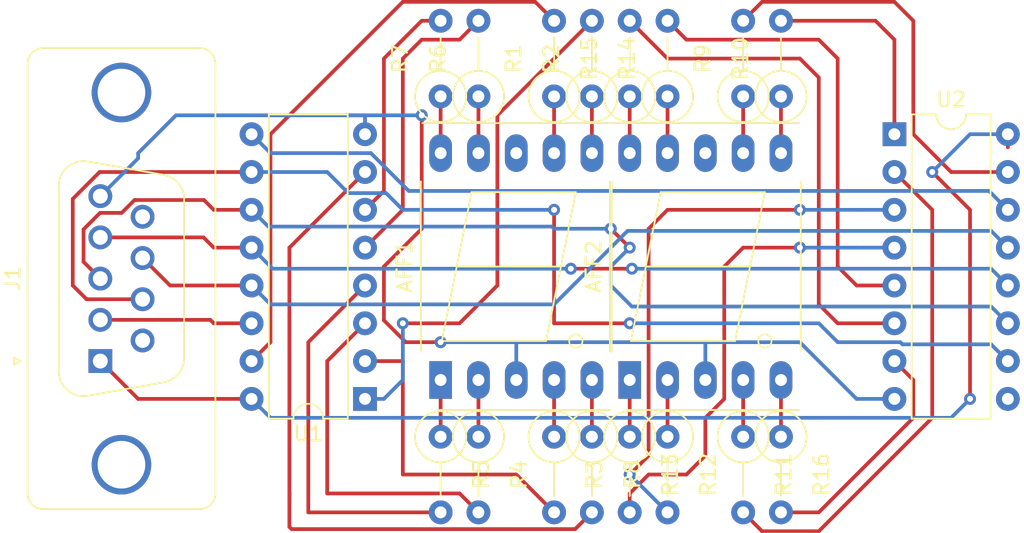
<source format=kicad_pcb>
(kicad_pcb (version 20171130) (host pcbnew 5.1.9+dfsg1-1+deb11u1)

  (general
    (thickness 1.6)
    (drawings 0)
    (tracks 222)
    (zones 0)
    (modules 21)
    (nets 46)
  )

  (page A4)
  (layers
    (0 F.Cu signal)
    (31 B.Cu signal)
    (32 B.Adhes user)
    (33 F.Adhes user)
    (34 B.Paste user)
    (35 F.Paste user)
    (36 B.SilkS user)
    (37 F.SilkS user)
    (38 B.Mask user)
    (39 F.Mask user)
    (40 Dwgs.User user)
    (41 Cmts.User user)
    (42 Eco1.User user)
    (43 Eco2.User user)
    (44 Edge.Cuts user)
    (45 Margin user)
    (46 B.CrtYd user)
    (47 F.CrtYd user)
    (48 B.Fab user)
    (49 F.Fab user)
  )

  (setup
    (last_trace_width 0.25)
    (trace_clearance 0.2)
    (zone_clearance 0.508)
    (zone_45_only no)
    (trace_min 0.2)
    (via_size 0.8)
    (via_drill 0.4)
    (via_min_size 0.4)
    (via_min_drill 0.3)
    (uvia_size 0.3)
    (uvia_drill 0.1)
    (uvias_allowed no)
    (uvia_min_size 0.2)
    (uvia_min_drill 0.1)
    (edge_width 0.05)
    (segment_width 0.2)
    (pcb_text_width 0.3)
    (pcb_text_size 1.5 1.5)
    (mod_edge_width 0.12)
    (mod_text_size 1 1)
    (mod_text_width 0.15)
    (pad_size 1.524 1.524)
    (pad_drill 0.762)
    (pad_to_mask_clearance 0)
    (aux_axis_origin 0 0)
    (visible_elements FFFFFF7F)
    (pcbplotparams
      (layerselection 0x010fc_ffffffff)
      (usegerberextensions false)
      (usegerberattributes true)
      (usegerberadvancedattributes true)
      (creategerberjobfile true)
      (excludeedgelayer true)
      (linewidth 0.100000)
      (plotframeref false)
      (viasonmask false)
      (mode 1)
      (useauxorigin false)
      (hpglpennumber 1)
      (hpglpenspeed 20)
      (hpglpendiameter 15.000000)
      (psnegative false)
      (psa4output false)
      (plotreference true)
      (plotvalue true)
      (plotinvisibletext false)
      (padsonsilk false)
      (subtractmaskfromsilk false)
      (outputformat 1)
      (mirror false)
      (drillshape 1)
      (scaleselection 1)
      (outputdirectory ""))
  )

  (net 0 "")
  (net 1 GND)
  (net 2 "Net-(J1-Pad9)")
  (net 3 "Net-(J1-Pad8)")
  (net 4 "Net-(J1-Pad7)")
  (net 5 "Net-(J1-Pad6)")
  (net 6 "Net-(J1-Pad4)")
  (net 7 "Net-(J1-Pad3)")
  (net 8 "Net-(J1-Pad2)")
  (net 9 +5V)
  (net 10 "Net-(R1-Pad2)")
  (net 11 "Net-(R2-Pad2)")
  (net 12 "Net-(R3-Pad2)")
  (net 13 "Net-(R4-Pad2)")
  (net 14 "Net-(R5-Pad2)")
  (net 15 "Net-(R6-Pad2)")
  (net 16 "Net-(R7-Pad2)")
  (net 17 "Net-(R8-Pad2)")
  (net 18 "Net-(R9-Pad2)")
  (net 19 "Net-(R10-Pad2)")
  (net 20 "Net-(R11-Pad2)")
  (net 21 "Net-(R12-Pad2)")
  (net 22 "Net-(R13-Pad2)")
  (net 23 "Net-(R14-Pad2)")
  (net 24 "Net-(R15-Pad2)")
  (net 25 "Net-(R16-Pad2)")
  (net 26 "Net-(U1-Pad9)")
  (net 27 "Net-(U2-Pad9)")
  (net 28 "Net-(AFF1-Pad1)")
  (net 29 "Net-(AFF1-Pad2)")
  (net 30 "Net-(AFF1-Pad4)")
  (net 31 "Net-(AFF1-Pad5)")
  (net 32 "Net-(AFF1-Pad6)")
  (net 33 "Net-(AFF1-Pad7)")
  (net 34 "Net-(AFF1-Pad8)")
  (net 35 "Net-(AFF1-Pad9)")
  (net 36 "Net-(AFF1-Pad10)")
  (net 37 "Net-(AFF2-Pad1)")
  (net 38 "Net-(AFF2-Pad2)")
  (net 39 "Net-(AFF2-Pad4)")
  (net 40 "Net-(AFF2-Pad5)")
  (net 41 "Net-(AFF2-Pad6)")
  (net 42 "Net-(AFF2-Pad7)")
  (net 43 "Net-(AFF2-Pad8)")
  (net 44 "Net-(AFF2-Pad9)")
  (net 45 "Net-(AFF2-Pad10)")

  (net_class Default "This is the default net class."
    (clearance 0.2)
    (trace_width 0.25)
    (via_dia 0.8)
    (via_drill 0.4)
    (uvia_dia 0.3)
    (uvia_drill 0.1)
    (add_net +5V)
    (add_net GND)
    (add_net "Net-(AFF1-Pad1)")
    (add_net "Net-(AFF1-Pad10)")
    (add_net "Net-(AFF1-Pad2)")
    (add_net "Net-(AFF1-Pad4)")
    (add_net "Net-(AFF1-Pad5)")
    (add_net "Net-(AFF1-Pad6)")
    (add_net "Net-(AFF1-Pad7)")
    (add_net "Net-(AFF1-Pad8)")
    (add_net "Net-(AFF1-Pad9)")
    (add_net "Net-(AFF2-Pad1)")
    (add_net "Net-(AFF2-Pad10)")
    (add_net "Net-(AFF2-Pad2)")
    (add_net "Net-(AFF2-Pad4)")
    (add_net "Net-(AFF2-Pad5)")
    (add_net "Net-(AFF2-Pad6)")
    (add_net "Net-(AFF2-Pad7)")
    (add_net "Net-(AFF2-Pad8)")
    (add_net "Net-(AFF2-Pad9)")
    (add_net "Net-(J1-Pad2)")
    (add_net "Net-(J1-Pad3)")
    (add_net "Net-(J1-Pad4)")
    (add_net "Net-(J1-Pad6)")
    (add_net "Net-(J1-Pad7)")
    (add_net "Net-(J1-Pad8)")
    (add_net "Net-(J1-Pad9)")
    (add_net "Net-(R1-Pad2)")
    (add_net "Net-(R10-Pad2)")
    (add_net "Net-(R11-Pad2)")
    (add_net "Net-(R12-Pad2)")
    (add_net "Net-(R13-Pad2)")
    (add_net "Net-(R14-Pad2)")
    (add_net "Net-(R15-Pad2)")
    (add_net "Net-(R16-Pad2)")
    (add_net "Net-(R2-Pad2)")
    (add_net "Net-(R3-Pad2)")
    (add_net "Net-(R4-Pad2)")
    (add_net "Net-(R5-Pad2)")
    (add_net "Net-(R6-Pad2)")
    (add_net "Net-(R7-Pad2)")
    (add_net "Net-(R8-Pad2)")
    (add_net "Net-(R9-Pad2)")
    (add_net "Net-(U1-Pad9)")
    (add_net "Net-(U2-Pad9)")
  )

  (module Connector_Dsub:DSUB-9_Male_Vertical_P2.77x2.84mm_MountingHoles (layer F.Cu) (tedit 59FEDEE2) (tstamp 650C6DB4)
    (at -741.68 24.13 90)
    (descr "9-pin D-Sub connector, straight/vertical, THT-mount, male, pitch 2.77x2.84mm, distance of mounting holes 25mm, see https://disti-assets.s3.amazonaws.com/tonar/files/datasheets/16730.pdf")
    (tags "9-pin D-Sub connector straight vertical THT male pitch 2.77x2.84mm mounting holes distance 25mm")
    (path /651001B3)
    (fp_text reference J1 (at 5.54 -5.89 90) (layer F.SilkS)
      (effects (font (size 1 1) (thickness 0.15)))
    )
    (fp_text value DB9_Male (at 5.54 8.73 90) (layer F.Fab)
      (effects (font (size 1 1) (thickness 0.15)))
    )
    (fp_line (start 21.5 -5.35) (end -10.4 -5.35) (layer F.CrtYd) (width 0.05))
    (fp_line (start 21.5 8.2) (end 21.5 -5.35) (layer F.CrtYd) (width 0.05))
    (fp_line (start -10.4 8.2) (end 21.5 8.2) (layer F.CrtYd) (width 0.05))
    (fp_line (start -10.4 -5.35) (end -10.4 8.2) (layer F.CrtYd) (width 0.05))
    (fp_line (start -2.32647 -0.841744) (end -1.427202 4.258256) (layer F.SilkS) (width 0.12))
    (fp_line (start 13.40647 -0.841744) (end 12.507202 4.258256) (layer F.SilkS) (width 0.12))
    (fp_line (start 0.207579 5.63) (end 10.872421 5.63) (layer F.SilkS) (width 0.12))
    (fp_line (start -0.691689 -2.79) (end 11.771689 -2.79) (layer F.SilkS) (width 0.12))
    (fp_line (start -2.278887 -0.852163) (end -1.379619 4.247837) (layer F.Fab) (width 0.1))
    (fp_line (start 13.358887 -0.852163) (end 12.459619 4.247837) (layer F.Fab) (width 0.1))
    (fp_line (start 0.196073 5.57) (end 10.883927 5.57) (layer F.Fab) (width 0.1))
    (fp_line (start -0.703194 -2.73) (end 11.783194 -2.73) (layer F.Fab) (width 0.1))
    (fp_line (start 0 -5.351325) (end -0.25 -5.784338) (layer F.SilkS) (width 0.12))
    (fp_line (start 0.25 -5.784338) (end 0 -5.351325) (layer F.SilkS) (width 0.12))
    (fp_line (start -0.25 -5.784338) (end 0.25 -5.784338) (layer F.SilkS) (width 0.12))
    (fp_line (start -9.945 6.67) (end -9.945 -3.83) (layer F.SilkS) (width 0.12))
    (fp_line (start 19.965 7.73) (end -8.885 7.73) (layer F.SilkS) (width 0.12))
    (fp_line (start 21.025 -3.83) (end 21.025 6.67) (layer F.SilkS) (width 0.12))
    (fp_line (start -8.885 -4.89) (end 19.965 -4.89) (layer F.SilkS) (width 0.12))
    (fp_line (start -9.885 6.67) (end -9.885 -3.83) (layer F.Fab) (width 0.1))
    (fp_line (start 19.965 7.67) (end -8.885 7.67) (layer F.Fab) (width 0.1))
    (fp_line (start 20.965 -3.83) (end 20.965 6.67) (layer F.Fab) (width 0.1))
    (fp_line (start -8.885 -4.83) (end 19.965 -4.83) (layer F.Fab) (width 0.1))
    (fp_text user %R (at 5.54 1.42 90) (layer F.Fab)
      (effects (font (size 1 1) (thickness 0.15)))
    )
    (fp_arc (start 10.872421 3.97) (end 10.872421 5.63) (angle -80) (layer F.SilkS) (width 0.12))
    (fp_arc (start 0.207579 3.97) (end 0.207579 5.63) (angle 80) (layer F.SilkS) (width 0.12))
    (fp_arc (start 11.771689 -1.13) (end 11.771689 -2.79) (angle 100) (layer F.SilkS) (width 0.12))
    (fp_arc (start -0.691689 -1.13) (end -0.691689 -2.79) (angle -100) (layer F.SilkS) (width 0.12))
    (fp_arc (start 10.883927 3.97) (end 10.883927 5.57) (angle -80) (layer F.Fab) (width 0.1))
    (fp_arc (start 0.196073 3.97) (end 0.196073 5.57) (angle 80) (layer F.Fab) (width 0.1))
    (fp_arc (start 11.783194 -1.13) (end 11.783194 -2.73) (angle 100) (layer F.Fab) (width 0.1))
    (fp_arc (start -0.703194 -1.13) (end -0.703194 -2.73) (angle -100) (layer F.Fab) (width 0.1))
    (fp_arc (start 19.965 6.67) (end 21.025 6.67) (angle 90) (layer F.SilkS) (width 0.12))
    (fp_arc (start -8.885 6.67) (end -9.945 6.67) (angle -90) (layer F.SilkS) (width 0.12))
    (fp_arc (start 19.965 -3.83) (end 19.965 -4.89) (angle 90) (layer F.SilkS) (width 0.12))
    (fp_arc (start -8.885 -3.83) (end -9.945 -3.83) (angle 90) (layer F.SilkS) (width 0.12))
    (fp_arc (start 19.965 6.67) (end 20.965 6.67) (angle 90) (layer F.Fab) (width 0.1))
    (fp_arc (start -8.885 6.67) (end -9.885 6.67) (angle -90) (layer F.Fab) (width 0.1))
    (fp_arc (start 19.965 -3.83) (end 19.965 -4.83) (angle 90) (layer F.Fab) (width 0.1))
    (fp_arc (start -8.885 -3.83) (end -9.885 -3.83) (angle 90) (layer F.Fab) (width 0.1))
    (pad 0 thru_hole circle (at 18.04 1.42 90) (size 4 4) (drill 3.2) (layers *.Cu *.Mask))
    (pad 0 thru_hole circle (at -6.96 1.42 90) (size 4 4) (drill 3.2) (layers *.Cu *.Mask))
    (pad 9 thru_hole circle (at 9.695 2.84 90) (size 1.6 1.6) (drill 1) (layers *.Cu *.Mask)
      (net 2 "Net-(J1-Pad9)"))
    (pad 8 thru_hole circle (at 6.925 2.84 90) (size 1.6 1.6) (drill 1) (layers *.Cu *.Mask)
      (net 3 "Net-(J1-Pad8)"))
    (pad 7 thru_hole circle (at 4.155 2.84 90) (size 1.6 1.6) (drill 1) (layers *.Cu *.Mask)
      (net 4 "Net-(J1-Pad7)"))
    (pad 6 thru_hole circle (at 1.385 2.84 90) (size 1.6 1.6) (drill 1) (layers *.Cu *.Mask)
      (net 5 "Net-(J1-Pad6)"))
    (pad 5 thru_hole circle (at 11.08 0 90) (size 1.6 1.6) (drill 1) (layers *.Cu *.Mask)
      (net 1 GND))
    (pad 4 thru_hole circle (at 8.31 0 90) (size 1.6 1.6) (drill 1) (layers *.Cu *.Mask)
      (net 6 "Net-(J1-Pad4)"))
    (pad 3 thru_hole circle (at 5.54 0 90) (size 1.6 1.6) (drill 1) (layers *.Cu *.Mask)
      (net 7 "Net-(J1-Pad3)"))
    (pad 2 thru_hole circle (at 2.77 0 90) (size 1.6 1.6) (drill 1) (layers *.Cu *.Mask)
      (net 8 "Net-(J1-Pad2)"))
    (pad 1 thru_hole rect (at 0 0 90) (size 1.6 1.6) (drill 1) (layers *.Cu *.Mask)
      (net 9 +5V))
    (model ${KISYS3DMOD}/Connector_Dsub.3dshapes/DSUB-9_Male_Vertical_P2.77x2.84mm_MountingHoles.wrl
      (at (xyz 0 0 0))
      (scale (xyz 1 1 1))
      (rotate (xyz 0 0 0))
    )
  )

  (module Package_DIP:DIP-16_W7.62mm (layer F.Cu) (tedit 5A02E8C5) (tstamp 650C8123)
    (at -688.34 8.89)
    (descr "16-lead though-hole mounted DIP package, row spacing 7.62 mm (300 mils)")
    (tags "THT DIP DIL PDIP 2.54mm 7.62mm 300mil")
    (path /650C1F17)
    (fp_text reference U2 (at 3.81 -2.33) (layer F.SilkS)
      (effects (font (size 1 1) (thickness 0.15)))
    )
    (fp_text value 74HC595 (at 3.81 20.11) (layer F.Fab)
      (effects (font (size 1 1) (thickness 0.15)))
    )
    (fp_line (start 1.635 -1.27) (end 6.985 -1.27) (layer F.Fab) (width 0.1))
    (fp_line (start 6.985 -1.27) (end 6.985 19.05) (layer F.Fab) (width 0.1))
    (fp_line (start 6.985 19.05) (end 0.635 19.05) (layer F.Fab) (width 0.1))
    (fp_line (start 0.635 19.05) (end 0.635 -0.27) (layer F.Fab) (width 0.1))
    (fp_line (start 0.635 -0.27) (end 1.635 -1.27) (layer F.Fab) (width 0.1))
    (fp_line (start 2.81 -1.33) (end 1.16 -1.33) (layer F.SilkS) (width 0.12))
    (fp_line (start 1.16 -1.33) (end 1.16 19.11) (layer F.SilkS) (width 0.12))
    (fp_line (start 1.16 19.11) (end 6.46 19.11) (layer F.SilkS) (width 0.12))
    (fp_line (start 6.46 19.11) (end 6.46 -1.33) (layer F.SilkS) (width 0.12))
    (fp_line (start 6.46 -1.33) (end 4.81 -1.33) (layer F.SilkS) (width 0.12))
    (fp_line (start -1.1 -1.55) (end -1.1 19.3) (layer F.CrtYd) (width 0.05))
    (fp_line (start -1.1 19.3) (end 8.7 19.3) (layer F.CrtYd) (width 0.05))
    (fp_line (start 8.7 19.3) (end 8.7 -1.55) (layer F.CrtYd) (width 0.05))
    (fp_line (start 8.7 -1.55) (end -1.1 -1.55) (layer F.CrtYd) (width 0.05))
    (fp_arc (start 3.81 -1.33) (end 2.81 -1.33) (angle -180) (layer F.SilkS) (width 0.12))
    (fp_text user %R (at 3.81 8.89) (layer F.Fab)
      (effects (font (size 1 1) (thickness 0.15)))
    )
    (pad 1 thru_hole rect (at 0 0) (size 1.6 1.6) (drill 0.8) (layers *.Cu *.Mask)
      (net 19 "Net-(R10-Pad2)"))
    (pad 9 thru_hole oval (at 7.62 17.78) (size 1.6 1.6) (drill 0.8) (layers *.Cu *.Mask)
      (net 27 "Net-(U2-Pad9)"))
    (pad 2 thru_hole oval (at 0 2.54) (size 1.6 1.6) (drill 0.8) (layers *.Cu *.Mask)
      (net 20 "Net-(R11-Pad2)"))
    (pad 10 thru_hole oval (at 7.62 15.24) (size 1.6 1.6) (drill 0.8) (layers *.Cu *.Mask)
      (net 4 "Net-(J1-Pad7)"))
    (pad 3 thru_hole oval (at 0 5.08) (size 1.6 1.6) (drill 0.8) (layers *.Cu *.Mask)
      (net 21 "Net-(R12-Pad2)"))
    (pad 11 thru_hole oval (at 7.62 12.7) (size 1.6 1.6) (drill 0.8) (layers *.Cu *.Mask)
      (net 7 "Net-(J1-Pad3)"))
    (pad 4 thru_hole oval (at 0 7.62) (size 1.6 1.6) (drill 0.8) (layers *.Cu *.Mask)
      (net 22 "Net-(R13-Pad2)"))
    (pad 12 thru_hole oval (at 7.62 10.16) (size 1.6 1.6) (drill 0.8) (layers *.Cu *.Mask)
      (net 6 "Net-(J1-Pad4)"))
    (pad 5 thru_hole oval (at 0 10.16) (size 1.6 1.6) (drill 0.8) (layers *.Cu *.Mask)
      (net 23 "Net-(R14-Pad2)"))
    (pad 13 thru_hole oval (at 7.62 7.62) (size 1.6 1.6) (drill 0.8) (layers *.Cu *.Mask)
      (net 3 "Net-(J1-Pad8)"))
    (pad 6 thru_hole oval (at 0 12.7) (size 1.6 1.6) (drill 0.8) (layers *.Cu *.Mask)
      (net 24 "Net-(R15-Pad2)"))
    (pad 14 thru_hole oval (at 7.62 5.08) (size 1.6 1.6) (drill 0.8) (layers *.Cu *.Mask)
      (net 26 "Net-(U1-Pad9)"))
    (pad 7 thru_hole oval (at 0 15.24) (size 1.6 1.6) (drill 0.8) (layers *.Cu *.Mask)
      (net 25 "Net-(R16-Pad2)"))
    (pad 15 thru_hole oval (at 7.62 2.54) (size 1.6 1.6) (drill 0.8) (layers *.Cu *.Mask)
      (net 18 "Net-(R9-Pad2)"))
    (pad 8 thru_hole oval (at 0 17.78) (size 1.6 1.6) (drill 0.8) (layers *.Cu *.Mask)
      (net 1 GND))
    (pad 16 thru_hole oval (at 7.62 0) (size 1.6 1.6) (drill 0.8) (layers *.Cu *.Mask)
      (net 9 +5V))
    (model ${KISYS3DMOD}/Package_DIP.3dshapes/DIP-16_W7.62mm.wrl
      (at (xyz 0 0 0))
      (scale (xyz 1 1 1))
      (rotate (xyz 0 0 0))
    )
  )

  (module Display_7Segment:7SegmentLED_LTS6760_LTS6780 (layer F.Cu) (tedit 5D86971C) (tstamp 650C51F2)
    (at -706.12 25.4 90)
    (descr "7-Segment Display, LTS67x0, http://optoelectronics.liteon.com/upload/download/DS30-2001-355/S6760jd.pdf")
    (tags "7Segment LED LTS6760 LTS6780")
    (path /650E7F1F)
    (fp_text reference AFF2 (at 7.62 -2.42 90) (layer F.SilkS)
      (effects (font (size 1 1) (thickness 0.15)))
    )
    (fp_text value LTS-6980HR (at 7.62 12.58 90) (layer F.Fab)
      (effects (font (size 1 1) (thickness 0.15)))
    )
    (fp_line (start -0.905 -1.22) (end 17.145 -1.22) (layer F.Fab) (width 0.1))
    (fp_circle (center 2.62 9.08) (end 3.067214 9.08) (layer F.SilkS) (width 0.12))
    (fp_line (start 12.62 2.08) (end 12.62 9.08) (layer F.SilkS) (width 0.12))
    (fp_line (start 7.62 8.08) (end 7.62 1.08) (layer F.SilkS) (width 0.12))
    (fp_line (start 12.62 9.08) (end 7.62 8.08) (layer F.SilkS) (width 0.12))
    (fp_line (start 2.62 7.08) (end 7.62 8.08) (layer F.SilkS) (width 0.12))
    (fp_line (start 2.62 0.08) (end 2.62 7.08) (layer F.SilkS) (width 0.12))
    (fp_line (start 7.62 1.08) (end 2.62 0.08) (layer F.SilkS) (width 0.12))
    (fp_line (start 12.62 2.08) (end 7.62 1.08) (layer F.SilkS) (width 0.12))
    (fp_line (start -1.905 11.38) (end 17.145 11.38) (layer F.Fab) (width 0.1))
    (fp_line (start -1.905 -0.22) (end -1.905 11.38) (layer F.Fab) (width 0.1))
    (fp_line (start 17.145 11.38) (end 17.145 -1.22) (layer F.Fab) (width 0.1))
    (fp_line (start -0.905 -1.22) (end -1.905 -0.22) (layer F.Fab) (width 0.1))
    (fp_line (start -2.16 11.63) (end 17.4 11.63) (layer F.CrtYd) (width 0.05))
    (fp_line (start -2.16 -1.47) (end 17.4 -1.47) (layer F.CrtYd) (width 0.05))
    (fp_line (start 17.4 -1.47) (end 17.4 11.63) (layer F.CrtYd) (width 0.05))
    (fp_line (start -2.16 -1.47) (end -2.16 11.63) (layer F.CrtYd) (width 0.05))
    (fp_line (start 17.255 11.38) (end 17.255 -1.22) (layer F.SilkS) (width 0.12))
    (fp_line (start -2.015 -0.22) (end -2.015 11.38) (layer F.SilkS) (width 0.12))
    (fp_line (start 1.905 11.49) (end 13.335 11.49) (layer F.SilkS) (width 0.12))
    (fp_line (start 1.905 -1.33) (end 13.335 -1.33) (layer F.SilkS) (width 0.12))
    (fp_text user %R (at 7.87 5.08 90) (layer F.Fab)
      (effects (font (size 1 1) (thickness 0.15)))
    )
    (pad 1 thru_hole rect (at 0 0) (size 1.524 2.524) (drill 0.8) (layers *.Cu *.Mask)
      (net 37 "Net-(AFF2-Pad1)"))
    (pad 2 thru_hole oval (at 0 2.54) (size 1.524 2.524) (drill 0.8) (layers *.Cu *.Mask)
      (net 38 "Net-(AFF2-Pad2)"))
    (pad 3 thru_hole oval (at 0 5.08) (size 1.524 2.524) (drill 0.8) (layers *.Cu *.Mask)
      (net 1 GND))
    (pad 4 thru_hole oval (at 0 7.62) (size 1.524 2.524) (drill 0.8) (layers *.Cu *.Mask)
      (net 39 "Net-(AFF2-Pad4)"))
    (pad 5 thru_hole oval (at 0 10.16) (size 1.524 2.524) (drill 0.8) (layers *.Cu *.Mask)
      (net 40 "Net-(AFF2-Pad5)"))
    (pad 6 thru_hole oval (at 15.24 10.16) (size 1.524 2.524) (drill 0.8) (layers *.Cu *.Mask)
      (net 41 "Net-(AFF2-Pad6)"))
    (pad 7 thru_hole oval (at 15.24 7.62) (size 1.524 2.524) (drill 0.8) (layers *.Cu *.Mask)
      (net 42 "Net-(AFF2-Pad7)"))
    (pad 8 thru_hole oval (at 15.24 5.08) (size 1.524 2.524) (drill 0.8) (layers *.Cu *.Mask)
      (net 43 "Net-(AFF2-Pad8)"))
    (pad 9 thru_hole oval (at 15.24 2.54) (size 1.524 2.524) (drill 0.8) (layers *.Cu *.Mask)
      (net 44 "Net-(AFF2-Pad9)"))
    (pad 10 thru_hole oval (at 15.24 0) (size 1.524 2.524) (drill 0.8) (layers *.Cu *.Mask)
      (net 45 "Net-(AFF2-Pad10)"))
    (model ${KISYS3DMOD}/Display_7Segment.3dshapes/7SegmentLED_LTS6760_LTS6780.wrl
      (at (xyz 0 0 0))
      (scale (xyz 1 1 1))
      (rotate (xyz 0 0 0))
    )
  )

  (module Display_7Segment:7SegmentLED_LTS6760_LTS6780 (layer F.Cu) (tedit 5D86971C) (tstamp 650C51CE)
    (at -718.82 25.4 90)
    (descr "7-Segment Display, LTS67x0, http://optoelectronics.liteon.com/upload/download/DS30-2001-355/S6760jd.pdf")
    (tags "7Segment LED LTS6760 LTS6780")
    (path /650D3693)
    (fp_text reference AFF1 (at 7.62 -2.42 90) (layer F.SilkS)
      (effects (font (size 1 1) (thickness 0.15)))
    )
    (fp_text value LTS-6980HR (at 7.62 12.58 90) (layer F.Fab)
      (effects (font (size 1 1) (thickness 0.15)))
    )
    (fp_line (start -0.905 -1.22) (end 17.145 -1.22) (layer F.Fab) (width 0.1))
    (fp_circle (center 2.62 9.08) (end 3.067214 9.08) (layer F.SilkS) (width 0.12))
    (fp_line (start 12.62 2.08) (end 12.62 9.08) (layer F.SilkS) (width 0.12))
    (fp_line (start 7.62 8.08) (end 7.62 1.08) (layer F.SilkS) (width 0.12))
    (fp_line (start 12.62 9.08) (end 7.62 8.08) (layer F.SilkS) (width 0.12))
    (fp_line (start 2.62 7.08) (end 7.62 8.08) (layer F.SilkS) (width 0.12))
    (fp_line (start 2.62 0.08) (end 2.62 7.08) (layer F.SilkS) (width 0.12))
    (fp_line (start 7.62 1.08) (end 2.62 0.08) (layer F.SilkS) (width 0.12))
    (fp_line (start 12.62 2.08) (end 7.62 1.08) (layer F.SilkS) (width 0.12))
    (fp_line (start -1.905 11.38) (end 17.145 11.38) (layer F.Fab) (width 0.1))
    (fp_line (start -1.905 -0.22) (end -1.905 11.38) (layer F.Fab) (width 0.1))
    (fp_line (start 17.145 11.38) (end 17.145 -1.22) (layer F.Fab) (width 0.1))
    (fp_line (start -0.905 -1.22) (end -1.905 -0.22) (layer F.Fab) (width 0.1))
    (fp_line (start -2.16 11.63) (end 17.4 11.63) (layer F.CrtYd) (width 0.05))
    (fp_line (start -2.16 -1.47) (end 17.4 -1.47) (layer F.CrtYd) (width 0.05))
    (fp_line (start 17.4 -1.47) (end 17.4 11.63) (layer F.CrtYd) (width 0.05))
    (fp_line (start -2.16 -1.47) (end -2.16 11.63) (layer F.CrtYd) (width 0.05))
    (fp_line (start 17.255 11.38) (end 17.255 -1.22) (layer F.SilkS) (width 0.12))
    (fp_line (start -2.015 -0.22) (end -2.015 11.38) (layer F.SilkS) (width 0.12))
    (fp_line (start 1.905 11.49) (end 13.335 11.49) (layer F.SilkS) (width 0.12))
    (fp_line (start 1.905 -1.33) (end 13.335 -1.33) (layer F.SilkS) (width 0.12))
    (fp_text user %R (at 7.87 5.08 90) (layer F.Fab)
      (effects (font (size 1 1) (thickness 0.15)))
    )
    (pad 1 thru_hole rect (at 0 0) (size 1.524 2.524) (drill 0.8) (layers *.Cu *.Mask)
      (net 28 "Net-(AFF1-Pad1)"))
    (pad 2 thru_hole oval (at 0 2.54) (size 1.524 2.524) (drill 0.8) (layers *.Cu *.Mask)
      (net 29 "Net-(AFF1-Pad2)"))
    (pad 3 thru_hole oval (at 0 5.08) (size 1.524 2.524) (drill 0.8) (layers *.Cu *.Mask)
      (net 1 GND))
    (pad 4 thru_hole oval (at 0 7.62) (size 1.524 2.524) (drill 0.8) (layers *.Cu *.Mask)
      (net 30 "Net-(AFF1-Pad4)"))
    (pad 5 thru_hole oval (at 0 10.16) (size 1.524 2.524) (drill 0.8) (layers *.Cu *.Mask)
      (net 31 "Net-(AFF1-Pad5)"))
    (pad 6 thru_hole oval (at 15.24 10.16) (size 1.524 2.524) (drill 0.8) (layers *.Cu *.Mask)
      (net 32 "Net-(AFF1-Pad6)"))
    (pad 7 thru_hole oval (at 15.24 7.62) (size 1.524 2.524) (drill 0.8) (layers *.Cu *.Mask)
      (net 33 "Net-(AFF1-Pad7)"))
    (pad 8 thru_hole oval (at 15.24 5.08) (size 1.524 2.524) (drill 0.8) (layers *.Cu *.Mask)
      (net 34 "Net-(AFF1-Pad8)"))
    (pad 9 thru_hole oval (at 15.24 2.54) (size 1.524 2.524) (drill 0.8) (layers *.Cu *.Mask)
      (net 35 "Net-(AFF1-Pad9)"))
    (pad 10 thru_hole oval (at 15.24 0) (size 1.524 2.524) (drill 0.8) (layers *.Cu *.Mask)
      (net 36 "Net-(AFF1-Pad10)"))
    (model ${KISYS3DMOD}/Display_7Segment.3dshapes/7SegmentLED_LTS6760_LTS6780.wrl
      (at (xyz 0 0 0))
      (scale (xyz 1 1 1))
      (rotate (xyz 0 0 0))
    )
  )

  (module Package_DIP:DIP-16_W7.62mm (layer F.Cu) (tedit 5A02E8C5) (tstamp 650C38E7)
    (at -723.9 26.67 180)
    (descr "16-lead though-hole mounted DIP package, row spacing 7.62 mm (300 mils)")
    (tags "THT DIP DIL PDIP 2.54mm 7.62mm 300mil")
    (path /650E38F6)
    (fp_text reference U1 (at 3.81 -2.33) (layer F.SilkS)
      (effects (font (size 1 1) (thickness 0.15)))
    )
    (fp_text value 74HC595 (at 3.81 20.11) (layer F.Fab)
      (effects (font (size 1 1) (thickness 0.15)))
    )
    (fp_line (start 8.7 -1.55) (end -1.1 -1.55) (layer F.CrtYd) (width 0.05))
    (fp_line (start 8.7 19.3) (end 8.7 -1.55) (layer F.CrtYd) (width 0.05))
    (fp_line (start -1.1 19.3) (end 8.7 19.3) (layer F.CrtYd) (width 0.05))
    (fp_line (start -1.1 -1.55) (end -1.1 19.3) (layer F.CrtYd) (width 0.05))
    (fp_line (start 6.46 -1.33) (end 4.81 -1.33) (layer F.SilkS) (width 0.12))
    (fp_line (start 6.46 19.11) (end 6.46 -1.33) (layer F.SilkS) (width 0.12))
    (fp_line (start 1.16 19.11) (end 6.46 19.11) (layer F.SilkS) (width 0.12))
    (fp_line (start 1.16 -1.33) (end 1.16 19.11) (layer F.SilkS) (width 0.12))
    (fp_line (start 2.81 -1.33) (end 1.16 -1.33) (layer F.SilkS) (width 0.12))
    (fp_line (start 0.635 -0.27) (end 1.635 -1.27) (layer F.Fab) (width 0.1))
    (fp_line (start 0.635 19.05) (end 0.635 -0.27) (layer F.Fab) (width 0.1))
    (fp_line (start 6.985 19.05) (end 0.635 19.05) (layer F.Fab) (width 0.1))
    (fp_line (start 6.985 -1.27) (end 6.985 19.05) (layer F.Fab) (width 0.1))
    (fp_line (start 1.635 -1.27) (end 6.985 -1.27) (layer F.Fab) (width 0.1))
    (fp_text user %R (at 3.81 8.89) (layer F.Fab)
      (effects (font (size 1 1) (thickness 0.15)))
    )
    (fp_arc (start 3.81 -1.33) (end 2.81 -1.33) (angle -180) (layer F.SilkS) (width 0.12))
    (pad 16 thru_hole oval (at 7.62 0 180) (size 1.6 1.6) (drill 0.8) (layers *.Cu *.Mask)
      (net 9 +5V))
    (pad 8 thru_hole oval (at 0 17.78 180) (size 1.6 1.6) (drill 0.8) (layers *.Cu *.Mask)
      (net 1 GND))
    (pad 15 thru_hole oval (at 7.62 2.54 180) (size 1.6 1.6) (drill 0.8) (layers *.Cu *.Mask)
      (net 10 "Net-(R1-Pad2)"))
    (pad 7 thru_hole oval (at 0 15.24 180) (size 1.6 1.6) (drill 0.8) (layers *.Cu *.Mask)
      (net 17 "Net-(R8-Pad2)"))
    (pad 14 thru_hole oval (at 7.62 5.08 180) (size 1.6 1.6) (drill 0.8) (layers *.Cu *.Mask)
      (net 8 "Net-(J1-Pad2)"))
    (pad 6 thru_hole oval (at 0 12.7 180) (size 1.6 1.6) (drill 0.8) (layers *.Cu *.Mask)
      (net 16 "Net-(R7-Pad2)"))
    (pad 13 thru_hole oval (at 7.62 7.62 180) (size 1.6 1.6) (drill 0.8) (layers *.Cu *.Mask)
      (net 3 "Net-(J1-Pad8)"))
    (pad 5 thru_hole oval (at 0 10.16 180) (size 1.6 1.6) (drill 0.8) (layers *.Cu *.Mask)
      (net 15 "Net-(R6-Pad2)"))
    (pad 12 thru_hole oval (at 7.62 10.16 180) (size 1.6 1.6) (drill 0.8) (layers *.Cu *.Mask)
      (net 6 "Net-(J1-Pad4)"))
    (pad 4 thru_hole oval (at 0 7.62 180) (size 1.6 1.6) (drill 0.8) (layers *.Cu *.Mask)
      (net 14 "Net-(R5-Pad2)"))
    (pad 11 thru_hole oval (at 7.62 12.7 180) (size 1.6 1.6) (drill 0.8) (layers *.Cu *.Mask)
      (net 7 "Net-(J1-Pad3)"))
    (pad 3 thru_hole oval (at 0 5.08 180) (size 1.6 1.6) (drill 0.8) (layers *.Cu *.Mask)
      (net 13 "Net-(R4-Pad2)"))
    (pad 10 thru_hole oval (at 7.62 15.24 180) (size 1.6 1.6) (drill 0.8) (layers *.Cu *.Mask)
      (net 4 "Net-(J1-Pad7)"))
    (pad 2 thru_hole oval (at 0 2.54 180) (size 1.6 1.6) (drill 0.8) (layers *.Cu *.Mask)
      (net 12 "Net-(R3-Pad2)"))
    (pad 9 thru_hole oval (at 7.62 17.78 180) (size 1.6 1.6) (drill 0.8) (layers *.Cu *.Mask)
      (net 26 "Net-(U1-Pad9)"))
    (pad 1 thru_hole rect (at 0 0 180) (size 1.6 1.6) (drill 0.8) (layers *.Cu *.Mask)
      (net 11 "Net-(R2-Pad2)"))
    (model ${KISYS3DMOD}/Package_DIP.3dshapes/DIP-16_W7.62mm.wrl
      (at (xyz 0 0 0))
      (scale (xyz 1 1 1))
      (rotate (xyz 0 0 0))
    )
  )

  (module Resistor_THT:R_Axial_DIN0309_L9.0mm_D3.2mm_P5.08mm_Vertical (layer F.Cu) (tedit 5AE5139B) (tstamp 650C6EA4)
    (at -695.96 29.21 270)
    (descr "Resistor, Axial_DIN0309 series, Axial, Vertical, pin pitch=5.08mm, 0.5W = 1/2W, length*diameter=9*3.2mm^2, http://cdn-reichelt.de/documents/datenblatt/B400/1_4W%23YAG.pdf")
    (tags "Resistor Axial_DIN0309 series Axial Vertical pin pitch 5.08mm 0.5W = 1/2W length 9mm diameter 3.2mm")
    (path /65165440)
    (fp_text reference R16 (at 2.54 -2.72 90) (layer F.SilkS)
      (effects (font (size 1 1) (thickness 0.15)))
    )
    (fp_text value 330 (at 2.54 2.72 90) (layer F.Fab)
      (effects (font (size 1 1) (thickness 0.15)))
    )
    (fp_line (start 6.13 -1.85) (end -1.85 -1.85) (layer F.CrtYd) (width 0.05))
    (fp_line (start 6.13 1.85) (end 6.13 -1.85) (layer F.CrtYd) (width 0.05))
    (fp_line (start -1.85 1.85) (end 6.13 1.85) (layer F.CrtYd) (width 0.05))
    (fp_line (start -1.85 -1.85) (end -1.85 1.85) (layer F.CrtYd) (width 0.05))
    (fp_line (start 1.72 0) (end 3.98 0) (layer F.SilkS) (width 0.12))
    (fp_line (start 0 0) (end 5.08 0) (layer F.Fab) (width 0.1))
    (fp_circle (center 0 0) (end 1.72 0) (layer F.SilkS) (width 0.12))
    (fp_circle (center 0 0) (end 1.6 0) (layer F.Fab) (width 0.1))
    (fp_text user %R (at 2.54 -2.72 90) (layer F.Fab)
      (effects (font (size 1 1) (thickness 0.15)))
    )
    (pad 2 thru_hole oval (at 5.08 0 270) (size 1.6 1.6) (drill 0.8) (layers *.Cu *.Mask)
      (net 25 "Net-(R16-Pad2)"))
    (pad 1 thru_hole circle (at 0 0 270) (size 1.6 1.6) (drill 0.8) (layers *.Cu *.Mask)
      (net 40 "Net-(AFF2-Pad5)"))
    (model ${KISYS3DMOD}/Resistor_THT.3dshapes/R_Axial_DIN0309_L9.0mm_D3.2mm_P5.08mm_Vertical.wrl
      (at (xyz 0 0 0))
      (scale (xyz 1 1 1))
      (rotate (xyz 0 0 0))
    )
  )

  (module Resistor_THT:R_Axial_DIN0309_L9.0mm_D3.2mm_P5.08mm_Vertical (layer F.Cu) (tedit 5AE5139B) (tstamp 650C6E95)
    (at -706.12 6.35 90)
    (descr "Resistor, Axial_DIN0309 series, Axial, Vertical, pin pitch=5.08mm, 0.5W = 1/2W, length*diameter=9*3.2mm^2, http://cdn-reichelt.de/documents/datenblatt/B400/1_4W%23YAG.pdf")
    (tags "Resistor Axial_DIN0309 series Axial Vertical pin pitch 5.08mm 0.5W = 1/2W length 9mm diameter 3.2mm")
    (path /651638E7)
    (fp_text reference R15 (at 2.54 -2.72 90) (layer F.SilkS)
      (effects (font (size 1 1) (thickness 0.15)))
    )
    (fp_text value 330 (at 2.54 2.72 90) (layer F.Fab)
      (effects (font (size 1 1) (thickness 0.15)))
    )
    (fp_line (start 6.13 -1.85) (end -1.85 -1.85) (layer F.CrtYd) (width 0.05))
    (fp_line (start 6.13 1.85) (end 6.13 -1.85) (layer F.CrtYd) (width 0.05))
    (fp_line (start -1.85 1.85) (end 6.13 1.85) (layer F.CrtYd) (width 0.05))
    (fp_line (start -1.85 -1.85) (end -1.85 1.85) (layer F.CrtYd) (width 0.05))
    (fp_line (start 1.72 0) (end 3.98 0) (layer F.SilkS) (width 0.12))
    (fp_line (start 0 0) (end 5.08 0) (layer F.Fab) (width 0.1))
    (fp_circle (center 0 0) (end 1.72 0) (layer F.SilkS) (width 0.12))
    (fp_circle (center 0 0) (end 1.6 0) (layer F.Fab) (width 0.1))
    (fp_text user %R (at 2.54 -2.72 90) (layer F.Fab)
      (effects (font (size 1 1) (thickness 0.15)))
    )
    (pad 2 thru_hole oval (at 5.08 0 90) (size 1.6 1.6) (drill 0.8) (layers *.Cu *.Mask)
      (net 24 "Net-(R15-Pad2)"))
    (pad 1 thru_hole circle (at 0 0 90) (size 1.6 1.6) (drill 0.8) (layers *.Cu *.Mask)
      (net 45 "Net-(AFF2-Pad10)"))
    (model ${KISYS3DMOD}/Resistor_THT.3dshapes/R_Axial_DIN0309_L9.0mm_D3.2mm_P5.08mm_Vertical.wrl
      (at (xyz 0 0 0))
      (scale (xyz 1 1 1))
      (rotate (xyz 0 0 0))
    )
  )

  (module Resistor_THT:R_Axial_DIN0309_L9.0mm_D3.2mm_P5.08mm_Vertical (layer F.Cu) (tedit 5AE5139B) (tstamp 650C6E86)
    (at -703.58 6.35 90)
    (descr "Resistor, Axial_DIN0309 series, Axial, Vertical, pin pitch=5.08mm, 0.5W = 1/2W, length*diameter=9*3.2mm^2, http://cdn-reichelt.de/documents/datenblatt/B400/1_4W%23YAG.pdf")
    (tags "Resistor Axial_DIN0309 series Axial Vertical pin pitch 5.08mm 0.5W = 1/2W length 9mm diameter 3.2mm")
    (path /65161F0D)
    (fp_text reference R14 (at 2.54 -2.72 90) (layer F.SilkS)
      (effects (font (size 1 1) (thickness 0.15)))
    )
    (fp_text value 330 (at 2.54 2.72 90) (layer F.Fab)
      (effects (font (size 1 1) (thickness 0.15)))
    )
    (fp_line (start 6.13 -1.85) (end -1.85 -1.85) (layer F.CrtYd) (width 0.05))
    (fp_line (start 6.13 1.85) (end 6.13 -1.85) (layer F.CrtYd) (width 0.05))
    (fp_line (start -1.85 1.85) (end 6.13 1.85) (layer F.CrtYd) (width 0.05))
    (fp_line (start -1.85 -1.85) (end -1.85 1.85) (layer F.CrtYd) (width 0.05))
    (fp_line (start 1.72 0) (end 3.98 0) (layer F.SilkS) (width 0.12))
    (fp_line (start 0 0) (end 5.08 0) (layer F.Fab) (width 0.1))
    (fp_circle (center 0 0) (end 1.72 0) (layer F.SilkS) (width 0.12))
    (fp_circle (center 0 0) (end 1.6 0) (layer F.Fab) (width 0.1))
    (fp_text user %R (at 2.54 -2.72 90) (layer F.Fab)
      (effects (font (size 1 1) (thickness 0.15)))
    )
    (pad 2 thru_hole oval (at 5.08 0 90) (size 1.6 1.6) (drill 0.8) (layers *.Cu *.Mask)
      (net 23 "Net-(R14-Pad2)"))
    (pad 1 thru_hole circle (at 0 0 90) (size 1.6 1.6) (drill 0.8) (layers *.Cu *.Mask)
      (net 44 "Net-(AFF2-Pad9)"))
    (model ${KISYS3DMOD}/Resistor_THT.3dshapes/R_Axial_DIN0309_L9.0mm_D3.2mm_P5.08mm_Vertical.wrl
      (at (xyz 0 0 0))
      (scale (xyz 1 1 1))
      (rotate (xyz 0 0 0))
    )
  )

  (module Resistor_THT:R_Axial_DIN0309_L9.0mm_D3.2mm_P5.08mm_Vertical (layer F.Cu) (tedit 5AE5139B) (tstamp 650C6E77)
    (at -706.12 29.21 270)
    (descr "Resistor, Axial_DIN0309 series, Axial, Vertical, pin pitch=5.08mm, 0.5W = 1/2W, length*diameter=9*3.2mm^2, http://cdn-reichelt.de/documents/datenblatt/B400/1_4W%23YAG.pdf")
    (tags "Resistor Axial_DIN0309 series Axial Vertical pin pitch 5.08mm 0.5W = 1/2W length 9mm diameter 3.2mm")
    (path /6516053D)
    (fp_text reference R13 (at 2.54 -2.72 90) (layer F.SilkS)
      (effects (font (size 1 1) (thickness 0.15)))
    )
    (fp_text value 330 (at 2.54 2.72 90) (layer F.Fab)
      (effects (font (size 1 1) (thickness 0.15)))
    )
    (fp_line (start 6.13 -1.85) (end -1.85 -1.85) (layer F.CrtYd) (width 0.05))
    (fp_line (start 6.13 1.85) (end 6.13 -1.85) (layer F.CrtYd) (width 0.05))
    (fp_line (start -1.85 1.85) (end 6.13 1.85) (layer F.CrtYd) (width 0.05))
    (fp_line (start -1.85 -1.85) (end -1.85 1.85) (layer F.CrtYd) (width 0.05))
    (fp_line (start 1.72 0) (end 3.98 0) (layer F.SilkS) (width 0.12))
    (fp_line (start 0 0) (end 5.08 0) (layer F.Fab) (width 0.1))
    (fp_circle (center 0 0) (end 1.72 0) (layer F.SilkS) (width 0.12))
    (fp_circle (center 0 0) (end 1.6 0) (layer F.Fab) (width 0.1))
    (fp_text user %R (at 2.54 -2.72 90) (layer F.Fab)
      (effects (font (size 1 1) (thickness 0.15)))
    )
    (pad 2 thru_hole oval (at 5.08 0 270) (size 1.6 1.6) (drill 0.8) (layers *.Cu *.Mask)
      (net 22 "Net-(R13-Pad2)"))
    (pad 1 thru_hole circle (at 0 0 270) (size 1.6 1.6) (drill 0.8) (layers *.Cu *.Mask)
      (net 37 "Net-(AFF2-Pad1)"))
    (model ${KISYS3DMOD}/Resistor_THT.3dshapes/R_Axial_DIN0309_L9.0mm_D3.2mm_P5.08mm_Vertical.wrl
      (at (xyz 0 0 0))
      (scale (xyz 1 1 1))
      (rotate (xyz 0 0 0))
    )
  )

  (module Resistor_THT:R_Axial_DIN0309_L9.0mm_D3.2mm_P5.08mm_Vertical (layer F.Cu) (tedit 5AE5139B) (tstamp 650C6E68)
    (at -703.58 29.21 270)
    (descr "Resistor, Axial_DIN0309 series, Axial, Vertical, pin pitch=5.08mm, 0.5W = 1/2W, length*diameter=9*3.2mm^2, http://cdn-reichelt.de/documents/datenblatt/B400/1_4W%23YAG.pdf")
    (tags "Resistor Axial_DIN0309 series Axial Vertical pin pitch 5.08mm 0.5W = 1/2W length 9mm diameter 3.2mm")
    (path /6515EB77)
    (fp_text reference R12 (at 2.54 -2.72 90) (layer F.SilkS)
      (effects (font (size 1 1) (thickness 0.15)))
    )
    (fp_text value 330 (at 2.54 2.72 90) (layer F.Fab)
      (effects (font (size 1 1) (thickness 0.15)))
    )
    (fp_line (start 6.13 -1.85) (end -1.85 -1.85) (layer F.CrtYd) (width 0.05))
    (fp_line (start 6.13 1.85) (end 6.13 -1.85) (layer F.CrtYd) (width 0.05))
    (fp_line (start -1.85 1.85) (end 6.13 1.85) (layer F.CrtYd) (width 0.05))
    (fp_line (start -1.85 -1.85) (end -1.85 1.85) (layer F.CrtYd) (width 0.05))
    (fp_line (start 1.72 0) (end 3.98 0) (layer F.SilkS) (width 0.12))
    (fp_line (start 0 0) (end 5.08 0) (layer F.Fab) (width 0.1))
    (fp_circle (center 0 0) (end 1.72 0) (layer F.SilkS) (width 0.12))
    (fp_circle (center 0 0) (end 1.6 0) (layer F.Fab) (width 0.1))
    (fp_text user %R (at 2.54 -2.72 90) (layer F.Fab)
      (effects (font (size 1 1) (thickness 0.15)))
    )
    (pad 2 thru_hole oval (at 5.08 0 270) (size 1.6 1.6) (drill 0.8) (layers *.Cu *.Mask)
      (net 21 "Net-(R12-Pad2)"))
    (pad 1 thru_hole circle (at 0 0 270) (size 1.6 1.6) (drill 0.8) (layers *.Cu *.Mask)
      (net 38 "Net-(AFF2-Pad2)"))
    (model ${KISYS3DMOD}/Resistor_THT.3dshapes/R_Axial_DIN0309_L9.0mm_D3.2mm_P5.08mm_Vertical.wrl
      (at (xyz 0 0 0))
      (scale (xyz 1 1 1))
      (rotate (xyz 0 0 0))
    )
  )

  (module Resistor_THT:R_Axial_DIN0309_L9.0mm_D3.2mm_P5.08mm_Vertical (layer F.Cu) (tedit 5AE5139B) (tstamp 650C6E59)
    (at -698.5 29.21 270)
    (descr "Resistor, Axial_DIN0309 series, Axial, Vertical, pin pitch=5.08mm, 0.5W = 1/2W, length*diameter=9*3.2mm^2, http://cdn-reichelt.de/documents/datenblatt/B400/1_4W%23YAG.pdf")
    (tags "Resistor Axial_DIN0309 series Axial Vertical pin pitch 5.08mm 0.5W = 1/2W length 9mm diameter 3.2mm")
    (path /6515D02B)
    (fp_text reference R11 (at 2.54 -2.72 90) (layer F.SilkS)
      (effects (font (size 1 1) (thickness 0.15)))
    )
    (fp_text value 330 (at 2.54 2.72 90) (layer F.Fab)
      (effects (font (size 1 1) (thickness 0.15)))
    )
    (fp_line (start 6.13 -1.85) (end -1.85 -1.85) (layer F.CrtYd) (width 0.05))
    (fp_line (start 6.13 1.85) (end 6.13 -1.85) (layer F.CrtYd) (width 0.05))
    (fp_line (start -1.85 1.85) (end 6.13 1.85) (layer F.CrtYd) (width 0.05))
    (fp_line (start -1.85 -1.85) (end -1.85 1.85) (layer F.CrtYd) (width 0.05))
    (fp_line (start 1.72 0) (end 3.98 0) (layer F.SilkS) (width 0.12))
    (fp_line (start 0 0) (end 5.08 0) (layer F.Fab) (width 0.1))
    (fp_circle (center 0 0) (end 1.72 0) (layer F.SilkS) (width 0.12))
    (fp_circle (center 0 0) (end 1.6 0) (layer F.Fab) (width 0.1))
    (fp_text user %R (at 2.54 -2.72 90) (layer F.Fab)
      (effects (font (size 1 1) (thickness 0.15)))
    )
    (pad 2 thru_hole oval (at 5.08 0 270) (size 1.6 1.6) (drill 0.8) (layers *.Cu *.Mask)
      (net 20 "Net-(R11-Pad2)"))
    (pad 1 thru_hole circle (at 0 0 270) (size 1.6 1.6) (drill 0.8) (layers *.Cu *.Mask)
      (net 39 "Net-(AFF2-Pad4)"))
    (model ${KISYS3DMOD}/Resistor_THT.3dshapes/R_Axial_DIN0309_L9.0mm_D3.2mm_P5.08mm_Vertical.wrl
      (at (xyz 0 0 0))
      (scale (xyz 1 1 1))
      (rotate (xyz 0 0 0))
    )
  )

  (module Resistor_THT:R_Axial_DIN0309_L9.0mm_D3.2mm_P5.08mm_Vertical (layer F.Cu) (tedit 5AE5139B) (tstamp 650C6E4A)
    (at -695.96 6.35 90)
    (descr "Resistor, Axial_DIN0309 series, Axial, Vertical, pin pitch=5.08mm, 0.5W = 1/2W, length*diameter=9*3.2mm^2, http://cdn-reichelt.de/documents/datenblatt/B400/1_4W%23YAG.pdf")
    (tags "Resistor Axial_DIN0309 series Axial Vertical pin pitch 5.08mm 0.5W = 1/2W length 9mm diameter 3.2mm")
    (path /6515B5C1)
    (fp_text reference R10 (at 2.54 -2.72 90) (layer F.SilkS)
      (effects (font (size 1 1) (thickness 0.15)))
    )
    (fp_text value 330 (at 2.54 2.72 90) (layer F.Fab)
      (effects (font (size 1 1) (thickness 0.15)))
    )
    (fp_line (start 6.13 -1.85) (end -1.85 -1.85) (layer F.CrtYd) (width 0.05))
    (fp_line (start 6.13 1.85) (end 6.13 -1.85) (layer F.CrtYd) (width 0.05))
    (fp_line (start -1.85 1.85) (end 6.13 1.85) (layer F.CrtYd) (width 0.05))
    (fp_line (start -1.85 -1.85) (end -1.85 1.85) (layer F.CrtYd) (width 0.05))
    (fp_line (start 1.72 0) (end 3.98 0) (layer F.SilkS) (width 0.12))
    (fp_line (start 0 0) (end 5.08 0) (layer F.Fab) (width 0.1))
    (fp_circle (center 0 0) (end 1.72 0) (layer F.SilkS) (width 0.12))
    (fp_circle (center 0 0) (end 1.6 0) (layer F.Fab) (width 0.1))
    (fp_text user %R (at 2.54 -2.72 90) (layer F.Fab)
      (effects (font (size 1 1) (thickness 0.15)))
    )
    (pad 2 thru_hole oval (at 5.08 0 90) (size 1.6 1.6) (drill 0.8) (layers *.Cu *.Mask)
      (net 19 "Net-(R10-Pad2)"))
    (pad 1 thru_hole circle (at 0 0 90) (size 1.6 1.6) (drill 0.8) (layers *.Cu *.Mask)
      (net 41 "Net-(AFF2-Pad6)"))
    (model ${KISYS3DMOD}/Resistor_THT.3dshapes/R_Axial_DIN0309_L9.0mm_D3.2mm_P5.08mm_Vertical.wrl
      (at (xyz 0 0 0))
      (scale (xyz 1 1 1))
      (rotate (xyz 0 0 0))
    )
  )

  (module Resistor_THT:R_Axial_DIN0309_L9.0mm_D3.2mm_P5.08mm_Vertical (layer F.Cu) (tedit 5AE5139B) (tstamp 650C6E3B)
    (at -698.5 6.35 90)
    (descr "Resistor, Axial_DIN0309 series, Axial, Vertical, pin pitch=5.08mm, 0.5W = 1/2W, length*diameter=9*3.2mm^2, http://cdn-reichelt.de/documents/datenblatt/B400/1_4W%23YAG.pdf")
    (tags "Resistor Axial_DIN0309 series Axial Vertical pin pitch 5.08mm 0.5W = 1/2W length 9mm diameter 3.2mm")
    (path /65159B61)
    (fp_text reference R9 (at 2.54 -2.72 90) (layer F.SilkS)
      (effects (font (size 1 1) (thickness 0.15)))
    )
    (fp_text value 330 (at 2.54 2.72 90) (layer F.Fab)
      (effects (font (size 1 1) (thickness 0.15)))
    )
    (fp_line (start 6.13 -1.85) (end -1.85 -1.85) (layer F.CrtYd) (width 0.05))
    (fp_line (start 6.13 1.85) (end 6.13 -1.85) (layer F.CrtYd) (width 0.05))
    (fp_line (start -1.85 1.85) (end 6.13 1.85) (layer F.CrtYd) (width 0.05))
    (fp_line (start -1.85 -1.85) (end -1.85 1.85) (layer F.CrtYd) (width 0.05))
    (fp_line (start 1.72 0) (end 3.98 0) (layer F.SilkS) (width 0.12))
    (fp_line (start 0 0) (end 5.08 0) (layer F.Fab) (width 0.1))
    (fp_circle (center 0 0) (end 1.72 0) (layer F.SilkS) (width 0.12))
    (fp_circle (center 0 0) (end 1.6 0) (layer F.Fab) (width 0.1))
    (fp_text user %R (at 2.54 -2.72 90) (layer F.Fab)
      (effects (font (size 1 1) (thickness 0.15)))
    )
    (pad 2 thru_hole oval (at 5.08 0 90) (size 1.6 1.6) (drill 0.8) (layers *.Cu *.Mask)
      (net 18 "Net-(R9-Pad2)"))
    (pad 1 thru_hole circle (at 0 0 90) (size 1.6 1.6) (drill 0.8) (layers *.Cu *.Mask)
      (net 42 "Net-(AFF2-Pad7)"))
    (model ${KISYS3DMOD}/Resistor_THT.3dshapes/R_Axial_DIN0309_L9.0mm_D3.2mm_P5.08mm_Vertical.wrl
      (at (xyz 0 0 0))
      (scale (xyz 1 1 1))
      (rotate (xyz 0 0 0))
    )
  )

  (module Resistor_THT:R_Axial_DIN0309_L9.0mm_D3.2mm_P5.08mm_Vertical (layer F.Cu) (tedit 5AE5139B) (tstamp 650C5720)
    (at -708.66 29.21 270)
    (descr "Resistor, Axial_DIN0309 series, Axial, Vertical, pin pitch=5.08mm, 0.5W = 1/2W, length*diameter=9*3.2mm^2, http://cdn-reichelt.de/documents/datenblatt/B400/1_4W%23YAG.pdf")
    (tags "Resistor Axial_DIN0309 series Axial Vertical pin pitch 5.08mm 0.5W = 1/2W length 9mm diameter 3.2mm")
    (path /65153F10)
    (fp_text reference R8 (at 2.54 -2.72 90) (layer F.SilkS)
      (effects (font (size 1 1) (thickness 0.15)))
    )
    (fp_text value 330 (at 2.54 2.72 90) (layer F.Fab)
      (effects (font (size 1 1) (thickness 0.15)))
    )
    (fp_line (start 6.13 -1.85) (end -1.85 -1.85) (layer F.CrtYd) (width 0.05))
    (fp_line (start 6.13 1.85) (end 6.13 -1.85) (layer F.CrtYd) (width 0.05))
    (fp_line (start -1.85 1.85) (end 6.13 1.85) (layer F.CrtYd) (width 0.05))
    (fp_line (start -1.85 -1.85) (end -1.85 1.85) (layer F.CrtYd) (width 0.05))
    (fp_line (start 1.72 0) (end 3.98 0) (layer F.SilkS) (width 0.12))
    (fp_line (start 0 0) (end 5.08 0) (layer F.Fab) (width 0.1))
    (fp_circle (center 0 0) (end 1.72 0) (layer F.SilkS) (width 0.12))
    (fp_circle (center 0 0) (end 1.6 0) (layer F.Fab) (width 0.1))
    (fp_text user %R (at 2.54 -2.72 90) (layer F.Fab)
      (effects (font (size 1 1) (thickness 0.15)))
    )
    (pad 2 thru_hole oval (at 5.08 0 270) (size 1.6 1.6) (drill 0.8) (layers *.Cu *.Mask)
      (net 17 "Net-(R8-Pad2)"))
    (pad 1 thru_hole circle (at 0 0 270) (size 1.6 1.6) (drill 0.8) (layers *.Cu *.Mask)
      (net 31 "Net-(AFF1-Pad5)"))
    (model ${KISYS3DMOD}/Resistor_THT.3dshapes/R_Axial_DIN0309_L9.0mm_D3.2mm_P5.08mm_Vertical.wrl
      (at (xyz 0 0 0))
      (scale (xyz 1 1 1))
      (rotate (xyz 0 0 0))
    )
  )

  (module Resistor_THT:R_Axial_DIN0309_L9.0mm_D3.2mm_P5.08mm_Vertical (layer F.Cu) (tedit 5AE5139B) (tstamp 650C6E1D)
    (at -718.82 6.35 90)
    (descr "Resistor, Axial_DIN0309 series, Axial, Vertical, pin pitch=5.08mm, 0.5W = 1/2W, length*diameter=9*3.2mm^2, http://cdn-reichelt.de/documents/datenblatt/B400/1_4W%23YAG.pdf")
    (tags "Resistor Axial_DIN0309 series Axial Vertical pin pitch 5.08mm 0.5W = 1/2W length 9mm diameter 3.2mm")
    (path /6515251A)
    (fp_text reference R7 (at 2.54 -2.72 90) (layer F.SilkS)
      (effects (font (size 1 1) (thickness 0.15)))
    )
    (fp_text value 330 (at 2.54 2.72 90) (layer F.Fab)
      (effects (font (size 1 1) (thickness 0.15)))
    )
    (fp_line (start 6.13 -1.85) (end -1.85 -1.85) (layer F.CrtYd) (width 0.05))
    (fp_line (start 6.13 1.85) (end 6.13 -1.85) (layer F.CrtYd) (width 0.05))
    (fp_line (start -1.85 1.85) (end 6.13 1.85) (layer F.CrtYd) (width 0.05))
    (fp_line (start -1.85 -1.85) (end -1.85 1.85) (layer F.CrtYd) (width 0.05))
    (fp_line (start 1.72 0) (end 3.98 0) (layer F.SilkS) (width 0.12))
    (fp_line (start 0 0) (end 5.08 0) (layer F.Fab) (width 0.1))
    (fp_circle (center 0 0) (end 1.72 0) (layer F.SilkS) (width 0.12))
    (fp_circle (center 0 0) (end 1.6 0) (layer F.Fab) (width 0.1))
    (fp_text user %R (at 2.54 -2.72 90) (layer F.Fab)
      (effects (font (size 1 1) (thickness 0.15)))
    )
    (pad 2 thru_hole oval (at 5.08 0 90) (size 1.6 1.6) (drill 0.8) (layers *.Cu *.Mask)
      (net 16 "Net-(R7-Pad2)"))
    (pad 1 thru_hole circle (at 0 0 90) (size 1.6 1.6) (drill 0.8) (layers *.Cu *.Mask)
      (net 36 "Net-(AFF1-Pad10)"))
    (model ${KISYS3DMOD}/Resistor_THT.3dshapes/R_Axial_DIN0309_L9.0mm_D3.2mm_P5.08mm_Vertical.wrl
      (at (xyz 0 0 0))
      (scale (xyz 1 1 1))
      (rotate (xyz 0 0 0))
    )
  )

  (module Resistor_THT:R_Axial_DIN0309_L9.0mm_D3.2mm_P5.08mm_Vertical (layer F.Cu) (tedit 5AE5139B) (tstamp 650C6E0E)
    (at -716.28 6.35 90)
    (descr "Resistor, Axial_DIN0309 series, Axial, Vertical, pin pitch=5.08mm, 0.5W = 1/2W, length*diameter=9*3.2mm^2, http://cdn-reichelt.de/documents/datenblatt/B400/1_4W%23YAG.pdf")
    (tags "Resistor Axial_DIN0309 series Axial Vertical pin pitch 5.08mm 0.5W = 1/2W length 9mm diameter 3.2mm")
    (path /65150B2E)
    (fp_text reference R6 (at 2.54 -2.72 90) (layer F.SilkS)
      (effects (font (size 1 1) (thickness 0.15)))
    )
    (fp_text value 330 (at 2.54 2.72 90) (layer F.Fab)
      (effects (font (size 1 1) (thickness 0.15)))
    )
    (fp_line (start 6.13 -1.85) (end -1.85 -1.85) (layer F.CrtYd) (width 0.05))
    (fp_line (start 6.13 1.85) (end 6.13 -1.85) (layer F.CrtYd) (width 0.05))
    (fp_line (start -1.85 1.85) (end 6.13 1.85) (layer F.CrtYd) (width 0.05))
    (fp_line (start -1.85 -1.85) (end -1.85 1.85) (layer F.CrtYd) (width 0.05))
    (fp_line (start 1.72 0) (end 3.98 0) (layer F.SilkS) (width 0.12))
    (fp_line (start 0 0) (end 5.08 0) (layer F.Fab) (width 0.1))
    (fp_circle (center 0 0) (end 1.72 0) (layer F.SilkS) (width 0.12))
    (fp_circle (center 0 0) (end 1.6 0) (layer F.Fab) (width 0.1))
    (fp_text user %R (at 2.54 -2.72 90) (layer F.Fab)
      (effects (font (size 1 1) (thickness 0.15)))
    )
    (pad 2 thru_hole oval (at 5.08 0 90) (size 1.6 1.6) (drill 0.8) (layers *.Cu *.Mask)
      (net 15 "Net-(R6-Pad2)"))
    (pad 1 thru_hole circle (at 0 0 90) (size 1.6 1.6) (drill 0.8) (layers *.Cu *.Mask)
      (net 35 "Net-(AFF1-Pad9)"))
    (model ${KISYS3DMOD}/Resistor_THT.3dshapes/R_Axial_DIN0309_L9.0mm_D3.2mm_P5.08mm_Vertical.wrl
      (at (xyz 0 0 0))
      (scale (xyz 1 1 1))
      (rotate (xyz 0 0 0))
    )
  )

  (module Resistor_THT:R_Axial_DIN0309_L9.0mm_D3.2mm_P5.08mm_Vertical (layer F.Cu) (tedit 5AE5139B) (tstamp 650C6DFF)
    (at -718.82 29.21 270)
    (descr "Resistor, Axial_DIN0309 series, Axial, Vertical, pin pitch=5.08mm, 0.5W = 1/2W, length*diameter=9*3.2mm^2, http://cdn-reichelt.de/documents/datenblatt/B400/1_4W%23YAG.pdf")
    (tags "Resistor Axial_DIN0309 series Axial Vertical pin pitch 5.08mm 0.5W = 1/2W length 9mm diameter 3.2mm")
    (path /6514F14C)
    (fp_text reference R5 (at 2.54 -2.72 90) (layer F.SilkS)
      (effects (font (size 1 1) (thickness 0.15)))
    )
    (fp_text value 330 (at 2.54 2.72 90) (layer F.Fab)
      (effects (font (size 1 1) (thickness 0.15)))
    )
    (fp_line (start 6.13 -1.85) (end -1.85 -1.85) (layer F.CrtYd) (width 0.05))
    (fp_line (start 6.13 1.85) (end 6.13 -1.85) (layer F.CrtYd) (width 0.05))
    (fp_line (start -1.85 1.85) (end 6.13 1.85) (layer F.CrtYd) (width 0.05))
    (fp_line (start -1.85 -1.85) (end -1.85 1.85) (layer F.CrtYd) (width 0.05))
    (fp_line (start 1.72 0) (end 3.98 0) (layer F.SilkS) (width 0.12))
    (fp_line (start 0 0) (end 5.08 0) (layer F.Fab) (width 0.1))
    (fp_circle (center 0 0) (end 1.72 0) (layer F.SilkS) (width 0.12))
    (fp_circle (center 0 0) (end 1.6 0) (layer F.Fab) (width 0.1))
    (fp_text user %R (at 2.54 -2.72 90) (layer F.Fab)
      (effects (font (size 1 1) (thickness 0.15)))
    )
    (pad 2 thru_hole oval (at 5.08 0 270) (size 1.6 1.6) (drill 0.8) (layers *.Cu *.Mask)
      (net 14 "Net-(R5-Pad2)"))
    (pad 1 thru_hole circle (at 0 0 270) (size 1.6 1.6) (drill 0.8) (layers *.Cu *.Mask)
      (net 28 "Net-(AFF1-Pad1)"))
    (model ${KISYS3DMOD}/Resistor_THT.3dshapes/R_Axial_DIN0309_L9.0mm_D3.2mm_P5.08mm_Vertical.wrl
      (at (xyz 0 0 0))
      (scale (xyz 1 1 1))
      (rotate (xyz 0 0 0))
    )
  )

  (module Resistor_THT:R_Axial_DIN0309_L9.0mm_D3.2mm_P5.08mm_Vertical (layer F.Cu) (tedit 5AE5139B) (tstamp 650C5914)
    (at -716.28 29.21 270)
    (descr "Resistor, Axial_DIN0309 series, Axial, Vertical, pin pitch=5.08mm, 0.5W = 1/2W, length*diameter=9*3.2mm^2, http://cdn-reichelt.de/documents/datenblatt/B400/1_4W%23YAG.pdf")
    (tags "Resistor Axial_DIN0309 series Axial Vertical pin pitch 5.08mm 0.5W = 1/2W length 9mm diameter 3.2mm")
    (path /6514D774)
    (fp_text reference R4 (at 2.54 -2.72 90) (layer F.SilkS)
      (effects (font (size 1 1) (thickness 0.15)))
    )
    (fp_text value 330 (at 2.54 2.72 90) (layer F.Fab)
      (effects (font (size 1 1) (thickness 0.15)))
    )
    (fp_line (start 6.13 -1.85) (end -1.85 -1.85) (layer F.CrtYd) (width 0.05))
    (fp_line (start 6.13 1.85) (end 6.13 -1.85) (layer F.CrtYd) (width 0.05))
    (fp_line (start -1.85 1.85) (end 6.13 1.85) (layer F.CrtYd) (width 0.05))
    (fp_line (start -1.85 -1.85) (end -1.85 1.85) (layer F.CrtYd) (width 0.05))
    (fp_line (start 1.72 0) (end 3.98 0) (layer F.SilkS) (width 0.12))
    (fp_line (start 0 0) (end 5.08 0) (layer F.Fab) (width 0.1))
    (fp_circle (center 0 0) (end 1.72 0) (layer F.SilkS) (width 0.12))
    (fp_circle (center 0 0) (end 1.6 0) (layer F.Fab) (width 0.1))
    (fp_text user %R (at 2.54 -2.72 90) (layer F.Fab)
      (effects (font (size 1 1) (thickness 0.15)))
    )
    (pad 2 thru_hole oval (at 5.08 0 270) (size 1.6 1.6) (drill 0.8) (layers *.Cu *.Mask)
      (net 13 "Net-(R4-Pad2)"))
    (pad 1 thru_hole circle (at 0 0 270) (size 1.6 1.6) (drill 0.8) (layers *.Cu *.Mask)
      (net 29 "Net-(AFF1-Pad2)"))
    (model ${KISYS3DMOD}/Resistor_THT.3dshapes/R_Axial_DIN0309_L9.0mm_D3.2mm_P5.08mm_Vertical.wrl
      (at (xyz 0 0 0))
      (scale (xyz 1 1 1))
      (rotate (xyz 0 0 0))
    )
  )

  (module Resistor_THT:R_Axial_DIN0309_L9.0mm_D3.2mm_P5.08mm_Vertical (layer F.Cu) (tedit 5AE5139B) (tstamp 650C5767)
    (at -711.2 29.21 270)
    (descr "Resistor, Axial_DIN0309 series, Axial, Vertical, pin pitch=5.08mm, 0.5W = 1/2W, length*diameter=9*3.2mm^2, http://cdn-reichelt.de/documents/datenblatt/B400/1_4W%23YAG.pdf")
    (tags "Resistor Axial_DIN0309 series Axial Vertical pin pitch 5.08mm 0.5W = 1/2W length 9mm diameter 3.2mm")
    (path /6514BD8E)
    (fp_text reference R3 (at 2.54 -2.72 90) (layer F.SilkS)
      (effects (font (size 1 1) (thickness 0.15)))
    )
    (fp_text value 330 (at 2.54 2.72 90) (layer F.Fab)
      (effects (font (size 1 1) (thickness 0.15)))
    )
    (fp_line (start 6.13 -1.85) (end -1.85 -1.85) (layer F.CrtYd) (width 0.05))
    (fp_line (start 6.13 1.85) (end 6.13 -1.85) (layer F.CrtYd) (width 0.05))
    (fp_line (start -1.85 1.85) (end 6.13 1.85) (layer F.CrtYd) (width 0.05))
    (fp_line (start -1.85 -1.85) (end -1.85 1.85) (layer F.CrtYd) (width 0.05))
    (fp_line (start 1.72 0) (end 3.98 0) (layer F.SilkS) (width 0.12))
    (fp_line (start 0 0) (end 5.08 0) (layer F.Fab) (width 0.1))
    (fp_circle (center 0 0) (end 1.72 0) (layer F.SilkS) (width 0.12))
    (fp_circle (center 0 0) (end 1.6 0) (layer F.Fab) (width 0.1))
    (fp_text user %R (at 2.54 -2.72 90) (layer F.Fab)
      (effects (font (size 1 1) (thickness 0.15)))
    )
    (pad 2 thru_hole oval (at 5.08 0 270) (size 1.6 1.6) (drill 0.8) (layers *.Cu *.Mask)
      (net 12 "Net-(R3-Pad2)"))
    (pad 1 thru_hole circle (at 0 0 270) (size 1.6 1.6) (drill 0.8) (layers *.Cu *.Mask)
      (net 30 "Net-(AFF1-Pad4)"))
    (model ${KISYS3DMOD}/Resistor_THT.3dshapes/R_Axial_DIN0309_L9.0mm_D3.2mm_P5.08mm_Vertical.wrl
      (at (xyz 0 0 0))
      (scale (xyz 1 1 1))
      (rotate (xyz 0 0 0))
    )
  )

  (module Resistor_THT:R_Axial_DIN0309_L9.0mm_D3.2mm_P5.08mm_Vertical (layer F.Cu) (tedit 5AE5139B) (tstamp 650C59A2)
    (at -708.66 6.35 90)
    (descr "Resistor, Axial_DIN0309 series, Axial, Vertical, pin pitch=5.08mm, 0.5W = 1/2W, length*diameter=9*3.2mm^2, http://cdn-reichelt.de/documents/datenblatt/B400/1_4W%23YAG.pdf")
    (tags "Resistor Axial_DIN0309 series Axial Vertical pin pitch 5.08mm 0.5W = 1/2W length 9mm diameter 3.2mm")
    (path /6514A3A4)
    (fp_text reference R2 (at 2.54 -2.72 90) (layer F.SilkS)
      (effects (font (size 1 1) (thickness 0.15)))
    )
    (fp_text value 330 (at 2.54 2.72 90) (layer F.Fab)
      (effects (font (size 1 1) (thickness 0.15)))
    )
    (fp_line (start 6.13 -1.85) (end -1.85 -1.85) (layer F.CrtYd) (width 0.05))
    (fp_line (start 6.13 1.85) (end 6.13 -1.85) (layer F.CrtYd) (width 0.05))
    (fp_line (start -1.85 1.85) (end 6.13 1.85) (layer F.CrtYd) (width 0.05))
    (fp_line (start -1.85 -1.85) (end -1.85 1.85) (layer F.CrtYd) (width 0.05))
    (fp_line (start 1.72 0) (end 3.98 0) (layer F.SilkS) (width 0.12))
    (fp_line (start 0 0) (end 5.08 0) (layer F.Fab) (width 0.1))
    (fp_circle (center 0 0) (end 1.72 0) (layer F.SilkS) (width 0.12))
    (fp_circle (center 0 0) (end 1.6 0) (layer F.Fab) (width 0.1))
    (fp_text user %R (at 2.54 -2.72 90) (layer F.Fab)
      (effects (font (size 1 1) (thickness 0.15)))
    )
    (pad 2 thru_hole oval (at 5.08 0 90) (size 1.6 1.6) (drill 0.8) (layers *.Cu *.Mask)
      (net 11 "Net-(R2-Pad2)"))
    (pad 1 thru_hole circle (at 0 0 90) (size 1.6 1.6) (drill 0.8) (layers *.Cu *.Mask)
      (net 32 "Net-(AFF1-Pad6)"))
    (model ${KISYS3DMOD}/Resistor_THT.3dshapes/R_Axial_DIN0309_L9.0mm_D3.2mm_P5.08mm_Vertical.wrl
      (at (xyz 0 0 0))
      (scale (xyz 1 1 1))
      (rotate (xyz 0 0 0))
    )
  )

  (module Resistor_THT:R_Axial_DIN0309_L9.0mm_D3.2mm_P5.08mm_Vertical (layer F.Cu) (tedit 5AE5139B) (tstamp 650C6DC3)
    (at -711.2 6.35 90)
    (descr "Resistor, Axial_DIN0309 series, Axial, Vertical, pin pitch=5.08mm, 0.5W = 1/2W, length*diameter=9*3.2mm^2, http://cdn-reichelt.de/documents/datenblatt/B400/1_4W%23YAG.pdf")
    (tags "Resistor Axial_DIN0309 series Axial Vertical pin pitch 5.08mm 0.5W = 1/2W length 9mm diameter 3.2mm")
    (path /650E3902)
    (fp_text reference R1 (at 2.54 -2.72 90) (layer F.SilkS)
      (effects (font (size 1 1) (thickness 0.15)))
    )
    (fp_text value 330 (at 2.54 2.72 90) (layer F.Fab)
      (effects (font (size 1 1) (thickness 0.15)))
    )
    (fp_line (start 6.13 -1.85) (end -1.85 -1.85) (layer F.CrtYd) (width 0.05))
    (fp_line (start 6.13 1.85) (end 6.13 -1.85) (layer F.CrtYd) (width 0.05))
    (fp_line (start -1.85 1.85) (end 6.13 1.85) (layer F.CrtYd) (width 0.05))
    (fp_line (start -1.85 -1.85) (end -1.85 1.85) (layer F.CrtYd) (width 0.05))
    (fp_line (start 1.72 0) (end 3.98 0) (layer F.SilkS) (width 0.12))
    (fp_line (start 0 0) (end 5.08 0) (layer F.Fab) (width 0.1))
    (fp_circle (center 0 0) (end 1.72 0) (layer F.SilkS) (width 0.12))
    (fp_circle (center 0 0) (end 1.6 0) (layer F.Fab) (width 0.1))
    (fp_text user %R (at 2.54 -2.72 90) (layer F.Fab)
      (effects (font (size 1 1) (thickness 0.15)))
    )
    (pad 2 thru_hole oval (at 5.08 0 90) (size 1.6 1.6) (drill 0.8) (layers *.Cu *.Mask)
      (net 10 "Net-(R1-Pad2)"))
    (pad 1 thru_hole circle (at 0 0 90) (size 1.6 1.6) (drill 0.8) (layers *.Cu *.Mask)
      (net 33 "Net-(AFF1-Pad7)"))
    (model ${KISYS3DMOD}/Resistor_THT.3dshapes/R_Axial_DIN0309_L9.0mm_D3.2mm_P5.08mm_Vertical.wrl
      (at (xyz 0 0 0))
      (scale (xyz 1 1 1))
      (rotate (xyz 0 0 0))
    )
  )

  (via (at -720.09 7.62) (size 0.8) (drill 0.4) (layers F.Cu B.Cu) (net 1))
  (segment (start -725.17 7.62) (end -720.09 7.62) (width 0.25) (layer B.Cu) (net 1))
  (segment (start -720.09 7.62) (end -720.09 10.927264) (width 0.25) (layer F.Cu) (net 1))
  (segment (start -720.09 10.927264) (end -720.09 15.24) (width 0.25) (layer F.Cu) (net 1))
  (segment (start -720.09 15.24) (end -722.63 17.78) (width 0.25) (layer F.Cu) (net 1))
  (segment (start -722.63 21.393002) (end -721.163002 22.86) (width 0.25) (layer F.Cu) (net 1))
  (segment (start -722.63 17.78) (end -722.63 21.393002) (width 0.25) (layer F.Cu) (net 1))
  (segment (start -718.82 22.86) (end -721.36 22.86) (width 0.25) (layer F.Cu) (net 1) (tstamp 6511546E))
  (via (at -718.82 22.86) (size 0.8) (drill 0.4) (layers F.Cu B.Cu) (net 1))
  (segment (start -718.82 22.86) (end -713.74 22.86) (width 0.25) (layer B.Cu) (net 1))
  (segment (start -713.74 22.86) (end -713.74 25.4) (width 0.25) (layer B.Cu) (net 1))
  (segment (start -741.33 12.7) (end -741.68 13.05) (width 0.25) (layer F.Cu) (net 1))
  (segment (start -725.17 7.62) (end -723.9 7.62) (width 0.25) (layer B.Cu) (net 1))
  (segment (start -723.9 7.62) (end -723.9 8.89) (width 0.25) (layer B.Cu) (net 1))
  (segment (start -739.14 10.51) (end -741.68 13.05) (width 0.25) (layer B.Cu) (net 1))
  (segment (start -739.14 10.16) (end -739.14 10.51) (width 0.25) (layer B.Cu) (net 1))
  (segment (start -736.6 7.62) (end -739.14 10.16) (width 0.25) (layer B.Cu) (net 1))
  (segment (start -725.17 7.62) (end -736.6 7.62) (width 0.25) (layer B.Cu) (net 1))
  (segment (start -713.74 22.86) (end -701.04 22.86) (width 0.25) (layer B.Cu) (net 1))
  (segment (start -701.04 22.86) (end -701.04 25.4) (width 0.25) (layer B.Cu) (net 1))
  (segment (start -701.04 22.86) (end -694.69 22.86) (width 0.25) (layer B.Cu) (net 1))
  (segment (start -694.69 22.86) (end -690.88 26.67) (width 0.25) (layer B.Cu) (net 1))
  (segment (start -690.88 26.67) (end -688.34 26.67) (width 0.25) (layer B.Cu) (net 1))
  (segment (start -734.06 19.05) (end -731.52 19.05) (width 0.25) (layer F.Cu) (net 3))
  (segment (start -738.84 17.205) (end -736.995 19.05) (width 0.25) (layer F.Cu) (net 3))
  (segment (start -736.995 19.05) (end -734.06 19.05) (width 0.25) (layer F.Cu) (net 3))
  (segment (start -731.52 19.05) (end -730.25 20.32) (width 0.25) (layer B.Cu) (net 3))
  (segment (start -730.25 20.32) (end -711.2 20.32) (width 0.25) (layer B.Cu) (net 3))
  (segment (start -681.845001 15.384999) (end -706.264999 15.384999) (width 0.25) (layer B.Cu) (net 3))
  (segment (start -680.72 16.51) (end -681.845001 15.384999) (width 0.25) (layer B.Cu) (net 3))
  (segment (start -706.264999 15.384999) (end -711.2 20.32) (width 0.25) (layer B.Cu) (net 3))
  (segment (start -731.52 11.43) (end -734.06 11.43) (width 0.25) (layer F.Cu) (net 4))
  (segment (start -738.84 19.975) (end -742.605 19.975) (width 0.25) (layer F.Cu) (net 4))
  (segment (start -742.605 19.975) (end -743.53 19.05) (width 0.25) (layer F.Cu) (net 4))
  (segment (start -741.725002 11.43) (end -734.06 11.43) (width 0.25) (layer F.Cu) (net 4))
  (segment (start -743.53 13.234998) (end -741.725002 11.43) (width 0.25) (layer F.Cu) (net 4))
  (segment (start -743.53 19.05) (end -743.53 13.234998) (width 0.25) (layer F.Cu) (net 4))
  (segment (start -731.52 11.43) (end -726.44 11.43) (width 0.25) (layer B.Cu) (net 4))
  (segment (start -725.025001 12.844999) (end -722.485001 12.844999) (width 0.25) (layer B.Cu) (net 4))
  (segment (start -726.44 11.43) (end -725.025001 12.844999) (width 0.25) (layer B.Cu) (net 4))
  (segment (start -722.485001 12.844999) (end -721.36 13.97) (width 0.25) (layer B.Cu) (net 4))
  (segment (start -721.36 13.97) (end -715.01 13.97) (width 0.25) (layer B.Cu) (net 4))
  (segment (start -715.01 13.97) (end -711.2 13.97) (width 0.25) (layer B.Cu) (net 4))
  (segment (start -711.2 13.97) (end -711.2 13.97) (width 0.25) (layer B.Cu) (net 4) (tstamp 65115983))
  (via (at -711.2 13.97) (size 0.8) (drill 0.4) (layers F.Cu B.Cu) (net 4))
  (segment (start -711.2 13.97) (end -711.2 21.59) (width 0.25) (layer F.Cu) (net 4))
  (segment (start -711.2 21.59) (end -706.12 21.59) (width 0.25) (layer F.Cu) (net 4))
  (segment (start -706.12 21.59) (end -706.12 21.59) (width 0.25) (layer F.Cu) (net 4) (tstamp 65115985))
  (via (at -706.12 21.59) (size 0.8) (drill 0.4) (layers F.Cu B.Cu) (net 4))
  (segment (start -687.799999 23.004999) (end -681.845001 23.004999) (width 0.25) (layer B.Cu) (net 4))
  (segment (start -687.944998 22.86) (end -687.799999 23.004999) (width 0.25) (layer B.Cu) (net 4))
  (segment (start -692.15 22.86) (end -687.944998 22.86) (width 0.25) (layer B.Cu) (net 4))
  (segment (start -681.845001 23.004999) (end -680.72 24.13) (width 0.25) (layer B.Cu) (net 4))
  (segment (start -693.42 21.59) (end -692.15 22.86) (width 0.25) (layer B.Cu) (net 4))
  (segment (start -706.12 21.59) (end -693.42 21.59) (width 0.25) (layer B.Cu) (net 4))
  (segment (start -731.52 16.51) (end -734.06 16.51) (width 0.25) (layer F.Cu) (net 6))
  (segment (start -734.75 15.82) (end -734.06 16.51) (width 0.25) (layer F.Cu) (net 6))
  (segment (start -741.68 15.82) (end -734.75 15.82) (width 0.25) (layer F.Cu) (net 6))
  (segment (start -730.105001 17.924999) (end -711.344999 17.924999) (width 0.25) (layer B.Cu) (net 6))
  (segment (start -731.52 16.51) (end -730.105001 17.924999) (width 0.25) (layer B.Cu) (net 6))
  (segment (start -711.344999 17.924999) (end -711.344999 17.924999) (width 0.25) (layer B.Cu) (net 6) (tstamp 6511560E))
  (segment (start -681.845001 17.924999) (end -705.975001 17.924999) (width 0.25) (layer B.Cu) (net 6))
  (segment (start -680.72 19.05) (end -681.845001 17.924999) (width 0.25) (layer B.Cu) (net 6))
  (segment (start -705.975001 17.924999) (end -705.975001 17.924999) (width 0.25) (layer B.Cu) (net 6) (tstamp 65115610))
  (via (at -705.975001 17.924999) (size 0.8) (drill 0.4) (layers F.Cu B.Cu) (net 6))
  (segment (start -711.344999 17.924999) (end -710.074999 17.924999) (width 0.25) (layer B.Cu) (net 6))
  (segment (start -710.074999 17.924999) (end -710.074999 17.924999) (width 0.25) (layer B.Cu) (net 6) (tstamp 65115939))
  (via (at -710.074999 17.924999) (size 0.8) (drill 0.4) (layers F.Cu B.Cu) (net 6))
  (segment (start -705.975001 17.924999) (end -709.785001 17.924999) (width 0.25) (layer F.Cu) (net 6))
  (segment (start -734.06 13.97) (end -731.52 13.97) (width 0.25) (layer F.Cu) (net 7))
  (segment (start -734.720001 13.309999) (end -734.06 13.97) (width 0.25) (layer F.Cu) (net 7))
  (segment (start -739.380001 13.309999) (end -734.720001 13.309999) (width 0.25) (layer F.Cu) (net 7))
  (segment (start -740.245003 14.175001) (end -739.380001 13.309999) (width 0.25) (layer F.Cu) (net 7))
  (segment (start -741.700003 14.175001) (end -740.245003 14.175001) (width 0.25) (layer F.Cu) (net 7))
  (segment (start -742.805001 15.279999) (end -741.700003 14.175001) (width 0.25) (layer F.Cu) (net 7))
  (segment (start -742.805001 17.464999) (end -742.805001 15.279999) (width 0.25) (layer F.Cu) (net 7))
  (segment (start -741.68 18.59) (end -742.805001 17.464999) (width 0.25) (layer F.Cu) (net 7))
  (segment (start -730.394999 15.095001) (end -711.344999 15.095001) (width 0.25) (layer B.Cu) (net 7))
  (segment (start -731.52 13.97) (end -730.394999 15.095001) (width 0.25) (layer B.Cu) (net 7))
  (segment (start -681.845001 20.464999) (end -705.975001 20.464999) (width 0.25) (layer B.Cu) (net 7))
  (segment (start -680.72 21.59) (end -681.845001 20.464999) (width 0.25) (layer B.Cu) (net 7))
  (segment (start -705.975001 20.464999) (end -707.39 19.05) (width 0.25) (layer B.Cu) (net 7))
  (segment (start -707.39 19.05) (end -707.39 17.78) (width 0.25) (layer B.Cu) (net 7))
  (segment (start -707.39 17.78) (end -706.12 16.51) (width 0.25) (layer B.Cu) (net 7))
  (segment (start -706.12 16.51) (end -706.12 16.51) (width 0.25) (layer B.Cu) (net 7) (tstamp 65115636))
  (via (at -706.12 16.51) (size 0.8) (drill 0.4) (layers F.Cu B.Cu) (net 7))
  (segment (start -706.12 16.51) (end -707.39 15.24) (width 0.25) (layer F.Cu) (net 7))
  (segment (start -707.39 15.24) (end -707.39 15.24) (width 0.25) (layer F.Cu) (net 7) (tstamp 65115638))
  (via (at -707.39 15.24) (size 0.8) (drill 0.4) (layers F.Cu B.Cu) (net 7))
  (segment (start -711.2 15.24) (end -711.344999 15.095001) (width 0.25) (layer B.Cu) (net 7))
  (segment (start -707.39 15.24) (end -711.2 15.24) (width 0.25) (layer B.Cu) (net 7))
  (segment (start -731.52 21.59) (end -734.06 21.59) (width 0.25) (layer F.Cu) (net 8))
  (segment (start -734.29 21.36) (end -734.06 21.59) (width 0.25) (layer F.Cu) (net 8))
  (segment (start -741.68 21.36) (end -734.29 21.36) (width 0.25) (layer F.Cu) (net 8))
  (segment (start -739.14 26.67) (end -741.68 24.13) (width 0.25) (layer F.Cu) (net 9))
  (segment (start -731.52 26.67) (end -739.14 26.67) (width 0.25) (layer F.Cu) (net 9))
  (segment (start -680.72 9.764998) (end -680.72 8.89) (width 0.25) (layer F.Cu) (net 9))
  (segment (start -680.72 8.89) (end -683.26 8.89) (width 0.25) (layer B.Cu) (net 9))
  (segment (start -683.26 8.89) (end -685.8 11.43) (width 0.25) (layer B.Cu) (net 9))
  (segment (start -685.8 11.43) (end -685.8 11.43) (width 0.25) (layer B.Cu) (net 9) (tstamp 651159B8))
  (via (at -685.8 11.43) (size 0.8) (drill 0.4) (layers F.Cu B.Cu) (net 9))
  (segment (start -685.8 11.43) (end -683.26 13.97) (width 0.25) (layer F.Cu) (net 9))
  (segment (start -683.26 13.97) (end -683.26 26.67) (width 0.25) (layer F.Cu) (net 9))
  (segment (start -683.26 26.67) (end -683.26 26.67) (width 0.25) (layer F.Cu) (net 9) (tstamp 651159BA))
  (via (at -683.26 26.67) (size 0.8) (drill 0.4) (layers F.Cu B.Cu) (net 9))
  (segment (start -683.26 26.67) (end -684.53 27.94) (width 0.25) (layer B.Cu) (net 9))
  (segment (start -730.25 27.94) (end -731.52 26.67) (width 0.25) (layer B.Cu) (net 9))
  (segment (start -684.53 27.94) (end -730.25 27.94) (width 0.25) (layer B.Cu) (net 9))
  (segment (start -731.52 24.13) (end -730.25 22.86) (width 0.25) (layer F.Cu) (net 10))
  (segment (start -730.25 22.86) (end -730.25 8.89) (width 0.25) (layer F.Cu) (net 10))
  (segment (start -730.25 8.89) (end -721.36 0) (width 0.25) (layer F.Cu) (net 10))
  (segment (start -712.47 0) (end -711.2 1.27) (width 0.25) (layer F.Cu) (net 10))
  (segment (start -721.36 0) (end -712.47 0) (width 0.25) (layer F.Cu) (net 10))
  (via (at -721.36 21.59) (size 0.8) (drill 0.4) (layers F.Cu B.Cu) (net 11))
  (segment (start -721.36 21.59) (end -717.55 21.59) (width 0.25) (layer F.Cu) (net 11))
  (segment (start -717.55 21.59) (end -715.01 19.05) (width 0.25) (layer F.Cu) (net 11))
  (segment (start -715.01 19.05) (end -715.01 7.62) (width 0.25) (layer F.Cu) (net 11))
  (segment (start -715.01 7.62) (end -708.66 1.27) (width 0.25) (layer F.Cu) (net 11))
  (segment (start -723.9 26.67) (end -722.63 26.67) (width 0.25) (layer B.Cu) (net 11))
  (segment (start -722.63 26.67) (end -721.36 25.4) (width 0.25) (layer B.Cu) (net 11))
  (segment (start -721.36 25.4) (end -721.36 21.59) (width 0.25) (layer B.Cu) (net 11))
  (segment (start -723.9 24.13) (end -721.36 24.13) (width 0.25) (layer F.Cu) (net 12))
  (segment (start -721.36 24.13) (end -721.36 31.75) (width 0.25) (layer F.Cu) (net 12))
  (segment (start -721.36 31.75) (end -713.74 31.75) (width 0.25) (layer F.Cu) (net 12))
  (segment (start -713.74 31.75) (end -711.2 34.29) (width 0.25) (layer F.Cu) (net 12))
  (segment (start -726.44 33.02) (end -717.55 33.02) (width 0.25) (layer F.Cu) (net 13))
  (segment (start -717.55 33.02) (end -716.28 34.29) (width 0.25) (layer F.Cu) (net 13))
  (segment (start -726.44 24.13) (end -726.44 33.02) (width 0.25) (layer F.Cu) (net 13))
  (segment (start -723.9 21.59) (end -726.44 24.13) (width 0.25) (layer F.Cu) (net 13))
  (segment (start -723.9 19.05) (end -727.71 22.86) (width 0.25) (layer F.Cu) (net 14))
  (segment (start -727.71 22.86) (end -727.71 34.29) (width 0.25) (layer F.Cu) (net 14))
  (segment (start -727.71 34.29) (end -718.82 34.29) (width 0.25) (layer F.Cu) (net 14))
  (segment (start -716.28 1.27) (end -717.55 2.54) (width 0.25) (layer F.Cu) (net 15))
  (segment (start -717.55 2.54) (end -720.09 2.54) (width 0.25) (layer F.Cu) (net 15))
  (segment (start -720.09 2.54) (end -721.36 3.81) (width 0.25) (layer F.Cu) (net 15))
  (segment (start -721.36 3.81) (end -721.36 13.97) (width 0.25) (layer F.Cu) (net 15))
  (segment (start -721.36 13.97) (end -723.9 16.51) (width 0.25) (layer F.Cu) (net 15))
  (segment (start -723.9 13.97) (end -722.63 12.7) (width 0.25) (layer F.Cu) (net 16))
  (segment (start -722.63 12.7) (end -722.63 3.81) (width 0.25) (layer F.Cu) (net 16))
  (segment (start -722.63 3.81) (end -720.09 1.27) (width 0.25) (layer F.Cu) (net 16))
  (segment (start -720.09 1.27) (end -718.82 1.27) (width 0.25) (layer F.Cu) (net 16))
  (segment (start -723.9 11.43) (end -728.98 16.51) (width 0.25) (layer F.Cu) (net 17))
  (segment (start -728.98 33.02) (end -728.98 33.65641) (width 0.25) (layer F.Cu) (net 17))
  (segment (start -728.98 16.51) (end -728.98 33.02) (width 0.25) (layer F.Cu) (net 17))
  (segment (start -728.98 35.270002) (end -728.98 33.02) (width 0.25) (layer F.Cu) (net 17))
  (segment (start -728.835001 35.415001) (end -728.98 35.270002) (width 0.25) (layer F.Cu) (net 17))
  (segment (start -709.785001 35.415001) (end -728.835001 35.415001) (width 0.25) (layer F.Cu) (net 17))
  (segment (start -708.66 34.29) (end -709.785001 35.415001) (width 0.25) (layer F.Cu) (net 17))
  (segment (start -680.72 11.43) (end -684.53 11.43) (width 0.25) (layer F.Cu) (net 18))
  (segment (start -684.53 11.43) (end -687.07 8.89) (width 0.25) (layer F.Cu) (net 18))
  (segment (start -687.07 8.89) (end -687.07 1.27) (width 0.25) (layer F.Cu) (net 18))
  (segment (start -687.07 1.27) (end -688.34 0) (width 0.25) (layer F.Cu) (net 18))
  (segment (start -688.34 0) (end -697.23 0) (width 0.25) (layer F.Cu) (net 18))
  (segment (start -697.23 0) (end -698.5 1.27) (width 0.25) (layer F.Cu) (net 18))
  (segment (start -688.34 8.89) (end -688.34 2.54) (width 0.25) (layer F.Cu) (net 19))
  (segment (start -688.34 2.54) (end -689.61 1.27) (width 0.25) (layer F.Cu) (net 19))
  (segment (start -689.61 1.27) (end -695.96 1.27) (width 0.25) (layer F.Cu) (net 19))
  (segment (start -688.34 11.43) (end -685.8 13.97) (width 0.25) (layer F.Cu) (net 20))
  (segment (start -685.8 13.97) (end -685.8 27.94) (width 0.25) (layer F.Cu) (net 20))
  (segment (start -685.8 27.94) (end -693.42 35.56) (width 0.25) (layer F.Cu) (net 20))
  (segment (start -693.42 35.56) (end -697.23 35.56) (width 0.25) (layer F.Cu) (net 20))
  (segment (start -697.23 35.56) (end -698.5 34.29) (width 0.25) (layer F.Cu) (net 20))
  (via (at -706.12 31.75) (size 0.8) (drill 0.4) (layers F.Cu B.Cu) (net 21))
  (segment (start -694.69 13.97) (end -690.88 13.97) (width 0.25) (layer B.Cu) (net 21) (tstamp 65115485))
  (via (at -694.69 13.97) (size 0.8) (drill 0.4) (layers F.Cu B.Cu) (net 21))
  (segment (start -704.85 33.02) (end -706.12 31.75) (width 0.25) (layer B.Cu) (net 21))
  (segment (start -706.12 31.75) (end -704.85 30.48) (width 0.25) (layer F.Cu) (net 21))
  (segment (start -704.85 30.48) (end -704.85 15.24) (width 0.25) (layer F.Cu) (net 21))
  (segment (start -704.85 15.24) (end -703.58 13.97) (width 0.25) (layer F.Cu) (net 21))
  (segment (start -703.58 13.97) (end -694.69 13.97) (width 0.25) (layer F.Cu) (net 21))
  (segment (start -704.85 33.02) (end -703.58 34.29) (width 0.25) (layer B.Cu) (net 21))
  (segment (start -690.88 13.97) (end -688.34 13.97) (width 0.25) (layer B.Cu) (net 21))
  (segment (start -690.88 16.51) (end -694.69 16.51) (width 0.25) (layer B.Cu) (net 22))
  (segment (start -702.31 31.75) (end -704.85 31.75) (width 0.25) (layer F.Cu) (net 22))
  (segment (start -706.12 34.29) (end -706.12 33.02) (width 0.25) (layer F.Cu) (net 22))
  (segment (start -706.12 33.02) (end -704.85 31.75) (width 0.25) (layer F.Cu) (net 22))
  (via (at -694.69 16.51) (size 0.8) (drill 0.4) (layers F.Cu B.Cu) (net 22))
  (segment (start -702.31 31.75) (end -701.04 30.48) (width 0.25) (layer F.Cu) (net 22))
  (segment (start -701.04 30.48) (end -701.04 27.94) (width 0.25) (layer F.Cu) (net 22))
  (segment (start -701.04 27.94) (end -699.77 26.67) (width 0.25) (layer F.Cu) (net 22))
  (segment (start -699.77 26.67) (end -699.77 17.78) (width 0.25) (layer F.Cu) (net 22))
  (segment (start -699.77 17.78) (end -698.5 16.51) (width 0.25) (layer F.Cu) (net 22))
  (segment (start -698.5 16.51) (end -694.69 16.51) (width 0.25) (layer F.Cu) (net 22))
  (segment (start -690.88 16.51) (end -688.34 16.51) (width 0.25) (layer B.Cu) (net 22))
  (segment (start -688.34 19.05) (end -690.88 19.05) (width 0.25) (layer F.Cu) (net 23))
  (segment (start -690.88 19.05) (end -692.15 17.78) (width 0.25) (layer F.Cu) (net 23))
  (segment (start -692.15 17.78) (end -692.15 3.81) (width 0.25) (layer F.Cu) (net 23))
  (segment (start -692.15 3.81) (end -693.42 2.54) (width 0.25) (layer F.Cu) (net 23))
  (segment (start -693.42 2.54) (end -702.31 2.54) (width 0.25) (layer F.Cu) (net 23))
  (segment (start -702.31 2.54) (end -703.58 1.27) (width 0.25) (layer F.Cu) (net 23))
  (segment (start -694.69 3.81) (end -703.58 3.81) (width 0.25) (layer F.Cu) (net 24))
  (segment (start -703.58 3.81) (end -706.12 1.27) (width 0.25) (layer F.Cu) (net 24))
  (segment (start -693.42 5.08) (end -694.69 3.81) (width 0.25) (layer F.Cu) (net 24))
  (segment (start -693.42 20.32) (end -693.42 5.08) (width 0.25) (layer F.Cu) (net 24))
  (segment (start -692.15 21.59) (end -693.42 20.32) (width 0.25) (layer F.Cu) (net 24))
  (segment (start -688.34 21.59) (end -692.15 21.59) (width 0.25) (layer F.Cu) (net 24))
  (segment (start -688.34 24.13) (end -687.07 25.4) (width 0.25) (layer F.Cu) (net 25))
  (segment (start -687.07 25.4) (end -687.07 27.94) (width 0.25) (layer F.Cu) (net 25))
  (segment (start -687.07 27.94) (end -693.42 34.29) (width 0.25) (layer F.Cu) (net 25))
  (segment (start -693.42 34.29) (end -695.96 34.29) (width 0.25) (layer F.Cu) (net 25))
  (segment (start -731.52 8.89) (end -730.25 10.16) (width 0.25) (layer B.Cu) (net 26))
  (segment (start -723.504998 10.16) (end -720.964998 12.7) (width 0.25) (layer B.Cu) (net 26))
  (segment (start -730.25 10.16) (end -723.504998 10.16) (width 0.25) (layer B.Cu) (net 26))
  (segment (start -681.99 12.7) (end -680.72 13.97) (width 0.25) (layer B.Cu) (net 26))
  (segment (start -720.964998 12.7) (end -681.99 12.7) (width 0.25) (layer B.Cu) (net 26))
  (segment (start -718.82 29.21) (end -718.82 25.4) (width 0.25) (layer F.Cu) (net 28))
  (segment (start -716.28 25.4) (end -716.28 29.21) (width 0.25) (layer F.Cu) (net 29))
  (segment (start -711.2 29.21) (end -711.2 25.4) (width 0.25) (layer F.Cu) (net 30))
  (segment (start -708.66 25.4) (end -708.66 29.21) (width 0.25) (layer F.Cu) (net 31))
  (segment (start -708.66 10.16) (end -708.66 6.35) (width 0.25) (layer F.Cu) (net 32))
  (segment (start -711.2 6.35) (end -711.2 10.16) (width 0.25) (layer F.Cu) (net 33))
  (segment (start -716.28 10.16) (end -716.28 6.35) (width 0.25) (layer F.Cu) (net 35))
  (segment (start -718.82 6.35) (end -718.82 10.16) (width 0.25) (layer F.Cu) (net 36))
  (segment (start -706.12 29.21) (end -706.12 26.67) (width 0.25) (layer F.Cu) (net 37))
  (segment (start -706.12 26.67) (end -706.12 25.4) (width 0.25) (layer F.Cu) (net 37))
  (segment (start -703.58 25.4) (end -703.58 29.21) (width 0.25) (layer F.Cu) (net 38))
  (segment (start -698.5 29.21) (end -698.5 25.4) (width 0.25) (layer F.Cu) (net 39))
  (segment (start -695.96 25.4) (end -695.96 29.21) (width 0.25) (layer F.Cu) (net 40))
  (segment (start -695.96 10.16) (end -695.96 6.35) (width 0.25) (layer F.Cu) (net 41))
  (segment (start -698.5 6.35) (end -698.5 10.16) (width 0.25) (layer F.Cu) (net 42))
  (segment (start -703.58 10.16) (end -703.58 6.35) (width 0.25) (layer F.Cu) (net 44))
  (segment (start -706.12 6.35) (end -706.12 10.16) (width 0.25) (layer F.Cu) (net 45))

)

</source>
